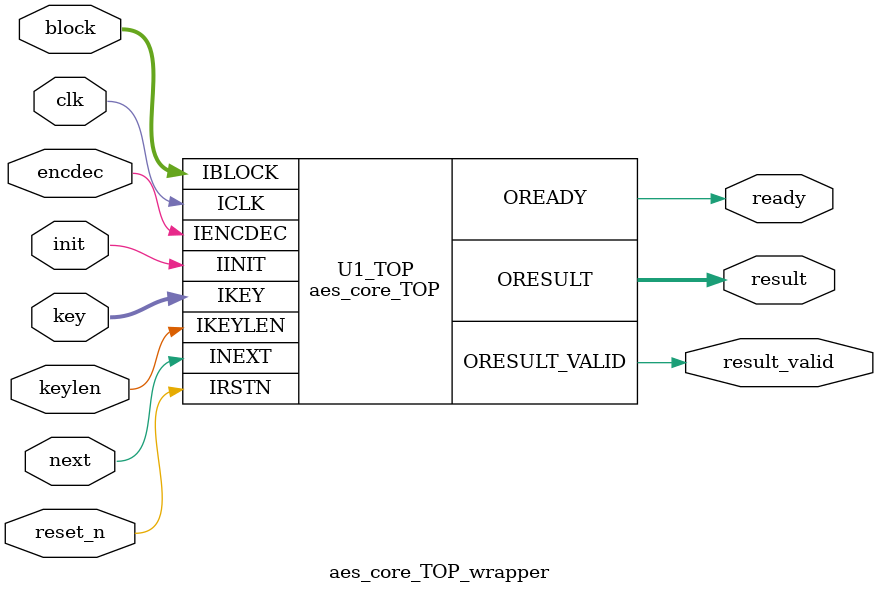
<source format=v>
`define WT_DCACHE
`define DISABLE_TRACER
`define SRAM_NO_INIT
`define VERILATOR

module aes_core(
	input			iClk,
	input			iRstn,
	
	input			iEncdec,
	input			iInit,
	input			iNext,
	output			oReady,
	
	input	[255:0]	iKey,
	input			iKeylen,
	
	input	[127:0]	iBlock,
	output	[127:0]	oResult,
	output			oResult_valid
);
 
 //----------------------------------------------------------------
 // Registers including update variables and write enable.
 //----------------------------------------------------------------
 reg	[1:0]	aes_core_ctrl_reg;
 wire	[1:0]	aes_core_ctrl_new;
 wire			aes_core_ctrl_we;

 reg			result_valid_reg;
 wire			result_valid_new;
 wire			result_valid_we;

 reg			ready_reg;
 wire			ready_new;
 wire			ready_we;

 //----------------------------------------------------------------
 // Wires.
 //----------------------------------------------------------------
 wire			State0, State1, State2;
 wire			init_state;

 wire	[127:0]	round_key;
 wire			key_ready;

 wire			enc_next;
 wire	[3:0]	enc_round_nr;
 wire	[127:0]	enc_new_block;
 wire			enc_ready;
 wire	[31:0]	enc_sboxw;

 wire			dec_next;
 wire	[3:0]	dec_round_nr;
 wire	[127:0]	dec_new_block;
 wire			dec_ready;

 wire	[127:0]	muxed_new_block;
 wire	[3:0]	muxed_round_nr;
 wire			muxed_ready;

 wire	[31:0]	keymem_sboxw;

 wire	[31:0]	muxed_sboxw;
 wire	[31:0]	new_sboxw;
 
 assign State0 = ~aes_core_ctrl_reg[1] & ~aes_core_ctrl_reg[0];
 assign State1 = ~aes_core_ctrl_reg[1] &  aes_core_ctrl_reg[0];
 assign State2 =  aes_core_ctrl_reg[1] & ~aes_core_ctrl_reg[0];

 //----------------------------------------------------------------
 // Instantiations.
 //----------------------------------------------------------------
 aes_encipher_block enc_block(
	.iClk		(iClk),
	.iRstn		(iRstn),
	
	.iNext		(enc_next),
	
	.iKeylen	(iKeylen),
	.oRound		(enc_round_nr),
	.iRound_key	(round_key),
	
	.oSboxw		(enc_sboxw),
	.iNew_sboxw	(new_sboxw),
	
	.iBlock		(iBlock),
	.oNew_block	(enc_new_block),
	.oReady		(enc_ready)
 );

 aes_decipher_block dec_block(
	.iClk		(iClk),
	.iRstn		(iRstn),
	
	.iNext		(dec_next),
	
	.iKeylen	(iKeylen),
	.oRound		(dec_round_nr),
	.iRound_key	(round_key),
	
	.iBlock		(iBlock),
	.oNew_block	(dec_new_block),
	.oReady		(dec_ready)
 );

 aes_key_mem keymem(
	.iClk		(iClk),
	.iRstn		(iRstn),
	
	.iKey		(iKey),
	.iKeylen	(iKeylen),
	.iInit		(iInit),
	
	.iRound		(muxed_round_nr),
	.oRound_key	(round_key),
	.oReady		(key_ready),
	
	.oSboxw		(keymem_sboxw),
	.iNew_sboxw	(new_sboxw)
 );

 aes_sbox sbox_inst(
	.in		(muxed_sboxw),
	.out	(new_sboxw)
 );

 //----------------------------------------------------------------
 // Concurrent connectivity for ports etc.
 //----------------------------------------------------------------
 assign oReady        = ready_reg;
 assign oResult       = muxed_new_block;
 assign oResult_valid = result_valid_reg;

 //----------------------------------------------------------------
 // reg_update
 //
 // Update functionality for all registers in the core.
 // All registers are positive edge triggered with asynchronous
 // active low reset. All registers have write enable.
 //----------------------------------------------------------------
 always@(posedge iClk) begin
	if(~iRstn)					result_valid_reg  <= 1'b0;
	else if(result_valid_we)	result_valid_reg <= result_valid_new;
	else						result_valid_reg <= result_valid_reg;
 end

 always@(posedge iClk) begin
	if(~iRstn) 			ready_reg <= 1'b1;
	else if(ready_we)	ready_reg <= ready_new;
	else				ready_reg <= ready_reg;
 end
 
 always@(posedge iClk) begin
	if(~iRstn)					aes_core_ctrl_reg <= 2'd0;
	else if(aes_core_ctrl_we)	aes_core_ctrl_reg <= aes_core_ctrl_new;
	else						aes_core_ctrl_reg <= aes_core_ctrl_reg;
 end

 //----------------------------------------------------------------
 // sbox_mux
 //
 // Controls which of the encipher datapath or the key memory
 // that gets access to the sbox.
 //----------------------------------------------------------------
 assign muxed_sboxw = (init_state) ? keymem_sboxw : enc_sboxw;

 //----------------------------------------------------------------
 // encdex_mux
 //
 // Controls which of the datapaths that get the iNext signal, have
 // access to the memory as well as the block processing result.
 //----------------------------------------------------------------
 assign enc_next = iEncdec & iNext;
 assign dec_next = ~iEncdec & iNext;
 assign muxed_round_nr = (iEncdec) ? enc_round_nr : dec_round_nr;
 assign muxed_new_block = (iEncdec) ? enc_new_block : dec_new_block;
 assign muxed_ready = (iEncdec) ? enc_ready : dec_ready;

 //----------------------------------------------------------------
 // aes_core_ctrl
 //
 // Control FSM for aes core. Basically tracks if we are in
 // key init, encipher or decipher modes and connects the
 // different submodules to shared resources and interface ports.
 //----------------------------------------------------------------
 /*
 always@(*) begin
	init_state        = 1'b0;
	ready_new         = 1'b0;
	ready_we          = 1'b0;
	result_valid_new  = 1'b0;
	result_valid_we   = 1'b0;
	aes_core_ctrl_new = 2'd0;
	aes_core_ctrl_we  = 1'b0;
	
	case(aes_core_ctrl_reg)
		2'd0: begin
			if(iInit) begin
				init_state        = 1'b1;
				ready_new         = 1'b0;
				ready_we          = 1'b1;
				result_valid_new  = 1'b0;
				result_valid_we   = 1'b1;
				aes_core_ctrl_new = 2'd1;
				aes_core_ctrl_we  = 1'b1;
			end
			else if(iNext) begin
				init_state        = 1'b0;
				ready_new         = 1'b0;
				ready_we          = 1'b1;
				result_valid_new  = 1'b0;
				result_valid_we   = 1'b1;
				aes_core_ctrl_new = 2'd2;
				aes_core_ctrl_we  = 1'b1;
			end
		end
		2'd1: begin
			init_state = 1'b1;
			result_valid_new = 1'b0;
			result_valid_we = 1'b0;
			if(key_ready) begin
				ready_new         = 1'b1;
				ready_we          = 1'b1;
				aes_core_ctrl_new = 2'd0;
				aes_core_ctrl_we  = 1'b1;
			end
		end
		2'd2: begin
			init_state = 1'b0;
			if(muxed_ready) begin
				ready_new         = 1'b1;
				ready_we          = 1'b1;
				result_valid_new  = 1'b1;
				result_valid_we   = 1'b1;
				aes_core_ctrl_new = 2'd0;
				aes_core_ctrl_we  = 1'b1;
			end
		end
	endcase
 end
 */
 
 /*
 always@(*) begin
	init_state = 1'b0;
	case(aes_core_ctrl_reg)
		2'd0: begin
			if(iInit)	init_state = 1'b1;
			else		init_state = 1'b0;
		end
		2'd1: begin
			init_state = 1'b1;
		end
		2'd2: begin
			init_state = 1'b0;
		end
	endcase
 end
 */
 assign init_state = (State0 & iInit) | State1;
 
 /*
 always@(*) begin
	ready_new = 1'b0;
	case(aes_core_ctrl_reg)
		2'd0: begin
			ready_new = 1'b0;
		end
		2'd1: begin
			if(key_ready) 	ready_new = 1'b1;
			else			ready_new = 1'b0;
		end
		2'd2: begin
			if(muxed_ready) ready_new = 1'b1;
			else			ready_new = 1'b0;
		end
	endcase
 end
 */
 assign ready_new = (State1 & key_ready) | (State2 & muxed_ready);
 
 /*
 always@(*) begin
	ready_we = 1'b0;
	case(aes_core_ctrl_reg)
		2'd0: begin
			if(iInit|iNext) 	ready_we = 1'b1;
			else				ready_we = 1'b0;
		end
		2'd1: begin
			if(key_ready) 	ready_we = 1'b1;
			else			ready_we = 1'b0;
		end
		2'd2: begin
			if(muxed_ready) ready_we = 1'b1;
			else			ready_we = 1'b0;
		end
	endcase
 end
 */
 assign ready_we = (State0 & (iInit|iNext)) | (State1 & key_ready) | (State2 & muxed_ready);
 
 /*
 always@(*) begin
	result_valid_new = 1'b0;
	case(aes_core_ctrl_reg)
		2'd0: begin
			result_valid_new = 1'b0;
		end
		2'd1: begin
			result_valid_new = 1'b0;
		end
		2'd2: begin
			if(muxed_ready) result_valid_new = 1'b1;
			else			result_valid_new = 1'b0;
		end
	endcase
 end
 */
 assign result_valid_new = State2 & muxed_ready;
 
 /*
 always@(*) begin
	result_valid_we = 1'b0;
	case(aes_core_ctrl_reg)
		2'd0: begin
			if(iInit|iNext) 	result_valid_we = 1'b1;
			else				result_valid_we = 1'b0;
		end
		2'd1: begin
			result_valid_we = 1'b0;
		end
		2'd2: begin
			if(muxed_ready)	result_valid_we = 1'b1;
			else			result_valid_we = 1'b0;
		end
	endcase
 end
 */
 assign result_valid_we = (State0 & (iInit|iNext)) | (State2 & muxed_ready);
 
 /*
 always@(*) begin
	aes_core_ctrl_new = 2'd0;
	case(aes_core_ctrl_reg)
		2'd0: begin
			if(iInit) 		aes_core_ctrl_new = 2'd1;
			else if(iNext) 	aes_core_ctrl_new = 2'd2;
			else			aes_core_ctrl_new = 2'd0;
		end
		2'd1: begin
			aes_core_ctrl_new = 2'd0;
		end
		2'd2: begin
			aes_core_ctrl_new = 2'd0;
		end
	endcase
 end
 */
 assign aes_core_ctrl_new[0] = State0 & iInit;
 assign aes_core_ctrl_new[1] = State0 & ~iInit & iNext;
 
 /*
 always@(*) begin
	aes_core_ctrl_we = 1'b0;
	case(aes_core_ctrl_reg)
		2'd0: begin
			if(iInit|iNext) 	aes_core_ctrl_we = 1'b1;
			else				aes_core_ctrl_we = 1'b0;
		end
		2'd1: begin
			if(key_ready) 	aes_core_ctrl_we = 1'b1;
			else			aes_core_ctrl_we = 1'b0;
		end
		2'd2: begin
			if(muxed_ready) aes_core_ctrl_we = 1'b1;
			else			aes_core_ctrl_we = 1'b0;
		end
	endcase
 end
 */
 assign aes_core_ctrl_we = (State0 & (iInit|iNext)) | (State1 & key_ready) | (State2 & muxed_ready);
 
endmodule
//======================================================================
//
// aes_decipher_block.v
// --------------------
// The AES decipher round. A pure combinational module that implements
// the initial round, main round and final round logic for
// decciper operations.
//
//
// Author: Joachim Strombergson
// Copyright (c) 2013, 2014, Secworks Sweden AB
// All rights reserved.
//
// Redistribution and use in source and binary forms, with or
// without modification, are permitted provided that the following
// conditions are met:
//
// 1. Redistributions of source code must retain the above copyright
//    notice, this list of conditions and the following disclaimer.
//
// 2. Redistributions in binary form must reproduce the above copyright
//    notice, this list of conditions and the following disclaimer in
//    the documentation and/or other materials provided with the
//    distribution.
//
// THIS SOFTWARE IS PROVIDED BY THE COPYRIGHT HOLDERS AND CONTRIBUTORS
// "AS IS" AND ANY EXPRESS OR IMPLIED WARRANTIES, INCLUDING, BUT NOT
// LIMITED TO, THE IMPLIED WARRANTIES OF MERCHANTABILITY AND FITNESS
// FOR A PARTICULAR PURPOSE ARE DISCLAIMED. IN NO EVENT SHALL THE
// COPYRIGHT OWNER OR CONTRIBUTORS BE LIABLE FOR ANY DIRECT, INDIRECT,
// INCIDENTAL, SPECIAL, EXEMPLARY, OR CONSEQUENTIAL DAMAGES (INCLUDING,
// BUT NOT LIMITED TO, PROCUREMENT OF SUBSTITUTE GOODS OR SERVICES;
// LOSS OF USE, DATA, OR PROFITS; OR BUSINESS INTERRUPTION) HOWEVER
// CAUSED AND ON ANY THEORY OF LIABILITY, WHETHER IN CONTRACT,
// STRICT LIABILITY, OR TORT (INCLUDING NEGLIGENCE OR OTHERWISE)
// ARISING IN ANY WAY OUT OF THE USE OF THIS SOFTWARE, EVEN IF
// ADVISED OF THE POSSIBILITY OF SUCH DAMAGE.
//
//======================================================================

module aes_decipher_block(
	input			iClk,
	input			iRstn,
	
	input			iNext,
	
	input			iKeylen,
	output	[3:0]	oRound,
	input	[127:0]	iRound_key,
	
	input	[127:0]	iBlock,
	output	[127:0]	oNew_block,
	output			oReady
);

 //----------------------------------------------------------------
 // Registers including update variables and write enable.
 //----------------------------------------------------------------
 reg	[1:0]	sword_ctr_reg;
 wire	[1:0]	sword_ctr_new;
 wire			sword_ctr_we;
 wire			sword_ctr_inc;
 wire			sword_ctr_rst;

 reg	[3:0]	round_ctr_reg;
 wire	[3:0]	round_ctr_new;
 wire			round_ctr_we;
 wire			round_ctr_set;
 wire			round_ctr_dec;

 wire	[127:0]	block_new;
 reg	[31:0]	block_w0_reg;
 reg	[31:0]	block_w1_reg;
 reg	[31:0]	block_w2_reg;
 reg	[31:0]	block_w3_reg;
 wire			block_w0_we;
 wire			block_w1_we;
 wire			block_w2_we;
 wire			block_w3_we;

 reg			ready_reg;
 wire			ready_new;
 wire			ready_we;

 reg	[1:0]	dec_ctrl_reg;
 wire	[1:0]	dec_ctrl_new;
 wire			dec_ctrl_we;

 wire	[31:0]	tmp_sboxw;
 wire	[31:0]	new_sboxw;
 wire	[2:0]	update_type;
 
 wire			sword_ctr0, sword_ctr1, sword_ctr2, sword_ctr3;
 wire			dec_ctrl0, dec_ctrl1, dec_ctrl2, dec_ctrl3;
 //wire			update_type0;
 wire			update_type1, update_type2, update_type3, update_type4;
 wire			round_ctr_g0;

 //----------------------------------------------------------------
 // Instantiations.
 //----------------------------------------------------------------
 aes_inv_sbox inv_sbox_inst(
	.in		(tmp_sboxw),
	.out	(new_sboxw)
 );

 //----------------------------------------------------------------
 // Concurrent connectivity for ports etc.
 //----------------------------------------------------------------
 assign oRound     = round_ctr_reg;
 assign oNew_block = {block_w0_reg, block_w1_reg, block_w2_reg, block_w3_reg};
 assign oReady     = ready_reg;
 
 assign sword_ctr0 = ~sword_ctr_reg[1] & ~sword_ctr_reg[0];
 assign sword_ctr1 = ~sword_ctr_reg[1] &  sword_ctr_reg[0];
 assign sword_ctr2 =  sword_ctr_reg[1] & ~sword_ctr_reg[0];
 assign sword_ctr3 =  sword_ctr_reg[1] &  sword_ctr_reg[0];
 
 assign dec_ctrl0 = ~dec_ctrl_reg[1] & ~dec_ctrl_reg[0];
 assign dec_ctrl1 = ~dec_ctrl_reg[1] &  dec_ctrl_reg[0];
 assign dec_ctrl2 =  dec_ctrl_reg[1] & ~dec_ctrl_reg[0];
 assign dec_ctrl3 =  dec_ctrl_reg[1] &  dec_ctrl_reg[0];
 
 //assign update_type0 = ~update_type[2] & ~update_type[1] & ~update_type[0];
 assign update_type1 = ~update_type[2] & ~update_type[1] &  update_type[0];
 assign update_type2 = ~update_type[2] &  update_type[1] & ~update_type[0];
 assign update_type3 = ~update_type[2] &  update_type[1] &  update_type[0];
 assign update_type4 =  update_type[2] & ~update_type[1] & ~update_type[0];
 
 assign round_ctr_g0 = round_ctr_reg[3] | round_ctr_reg[2] | round_ctr_reg[1] | round_ctr_reg[0];

 //----------------------------------------------------------------
 // reg_update
 //
 // Update functionality for all registers in the core.
 // All registers are positive edge triggered with synchronous
 // active low reset. All registers have write enable.
 //----------------------------------------------------------------
 /*
 always@(posedge iClk or negedge iRstn) begin
	if(~iRstn) begin
		block_w0_reg  <= 32'h0;
		block_w1_reg  <= 32'h0;
		block_w2_reg  <= 32'h0;
		block_w3_reg  <= 32'h0;
		sword_ctr_reg <= 2'h0;
		round_ctr_reg <= 4'h0;
		ready_reg     <= 1'b1;
		dec_ctrl_reg  <= 2'd0;
	end
	else begin
		if(block_w0_we)		block_w0_reg <= block_new[127:96];
		if(block_w1_we)		block_w1_reg <= block_new[95:64];
		if(block_w2_we)		block_w2_reg <= block_new[63:32];
		if(block_w3_we)		block_w3_reg <= block_new[31:0];
		if(sword_ctr_we)	sword_ctr_reg <= sword_ctr_new;
		if(round_ctr_we)	round_ctr_reg <= round_ctr_new;
		if(ready_we)		ready_reg <= ready_new;
		if(dec_ctrl_we)		dec_ctrl_reg <= dec_ctrl_new;
	end
 end
 */
 always@(posedge iClk) begin
	if(~iRstn)				block_w0_reg <= 32'b0;
	else if(block_w0_we)	block_w0_reg <= block_new[127:96];
 end
 
 always@(posedge iClk) begin
	if(~iRstn)				block_w1_reg <= 32'b0;
	else if(block_w1_we)	block_w1_reg <= block_new[95:64];
 end
 
 always@(posedge iClk) begin
	if(~iRstn)				block_w2_reg <= 32'b0;
	else if(block_w2_we)	block_w2_reg <= block_new[63:32];
 end
 
 always@(posedge iClk) begin
	if(~iRstn)				block_w3_reg <= 32'b0;
	else if(block_w3_we)	block_w3_reg <= block_new[31:0];
 end
 
 always@(posedge iClk) begin
	if(~iRstn)				sword_ctr_reg <= 2'b0;
	else if(sword_ctr_we)	sword_ctr_reg <= sword_ctr_new;
 end
 
 always@(posedge iClk) begin
	if(~iRstn)				round_ctr_reg <= 4'b0;
	else if(round_ctr_we)	round_ctr_reg <= round_ctr_new;
 end
 
 always@(posedge iClk) begin
	if(~iRstn)			ready_reg <= 1'b1;
	else if(ready_we)	ready_reg <= ready_new;
 end
 
 always@(posedge iClk) begin
	if(~iRstn)				dec_ctrl_reg <= 2'b0;
	else if(dec_ctrl_we)	dec_ctrl_reg <= dec_ctrl_new;
 end
 
 //----------------------------------------------------------------
 // round_logic
 //
 // The logic needed to implement init, main and final rounds.
 //----------------------------------------------------------------
 wire [127:0] inv_mixcolumns_addkey_block;
 wire [127:0] addkey_block;
 inv_mixcolumns inv_mixcolumns_inst (
	.data	(addkey_block),
	.out	(inv_mixcolumns_addkey_block)
 );
 
 /*
 always@(*) begin
	addkey_block = 128'h0;
	block_new    = 128'h0;
	tmp_sboxw    = 32'h0;
	block_w0_we  = 1'b0;
	block_w1_we  = 1'b0;
	block_w2_we  = 1'b0;
	block_w3_we  = 1'b0;
	// Update based on update type.
	case(update_type)
		// InitRound
		3'd1: begin
			addkey_block = iBlock ^ iRound_key;
			block_new    = {addkey_block[127:120], addkey_block[23:16]  , addkey_block[47:40]  , addkey_block[71:64] ,
						    addkey_block[95:88]  , addkey_block[119:112], addkey_block[15:8]   , addkey_block[39:32] ,
						    addkey_block[63:56]  , addkey_block[87:80]  , addkey_block[111:104], addkey_block[7:0]   ,
						    addkey_block[31:24]  , addkey_block[55:48]  , addkey_block[79:72]  , addkey_block[103:96]};
			block_w0_we = 1'b1;
			block_w1_we = 1'b1;
			block_w2_we = 1'b1;
			block_w3_we = 1'b1;
		end
		3'd2: begin
			block_new = {new_sboxw, new_sboxw, new_sboxw, new_sboxw};
			case(sword_ctr_reg)
				2'h0: begin
					tmp_sboxw   = block_w0_reg;
					block_w0_we = 1'b1;
				end
				2'h1: begin
					tmp_sboxw   = block_w1_reg;
					block_w1_we = 1'b1;
				end
				2'h2: begin
					tmp_sboxw   = block_w2_reg;
					block_w2_we = 1'b1;
				end
				2'h3: begin
					tmp_sboxw   = block_w3_reg;
					block_w3_we = 1'b1;
				end
			endcase
		end
		3'd3: begin
			addkey_block = {block_w0_reg, block_w1_reg, block_w2_reg, block_w3_reg} ^ iRound_key;
			block_new    = {inv_mixcolumns_addkey_block[127:120], inv_mixcolumns_addkey_block[23:16]  ,
							inv_mixcolumns_addkey_block[47:40]  , inv_mixcolumns_addkey_block[71:64]  ,
							inv_mixcolumns_addkey_block[95:88]  , inv_mixcolumns_addkey_block[119:112],
							inv_mixcolumns_addkey_block[15:8]   , inv_mixcolumns_addkey_block[39:32]  ,
							inv_mixcolumns_addkey_block[63:56]  , inv_mixcolumns_addkey_block[87:80]  ,
							inv_mixcolumns_addkey_block[111:104], inv_mixcolumns_addkey_block[7:0]    ,
							inv_mixcolumns_addkey_block[31:24]  , inv_mixcolumns_addkey_block[55:48]  ,
							inv_mixcolumns_addkey_block[79:72]  , inv_mixcolumns_addkey_block[103:96]};
			block_w0_we = 1'b1;
			block_w1_we = 1'b1;
			block_w2_we = 1'b1;
			block_w3_we = 1'b1;
		end
		3'd4: begin
			block_new   = {block_w0_reg, block_w1_reg, block_w2_reg, block_w3_reg} ^ iRound_key;
			block_w0_we = 1'b1;
			block_w1_we = 1'b1;
			block_w2_we = 1'b1;
			block_w3_we = 1'b1;
		end
	endcase
 end
 */
 
 /*
 always@(*) begin
	// Update based on update type.
	case(update_type)
		// InitRound
		3'd1: begin
			addkey_block = iBlock ^ iRound_key;
		end
		3'd2: begin
			addkey_block = 128'h0;
		end
		3'd3: begin
			addkey_block = {block_w0_reg, block_w1_reg, block_w2_reg, block_w3_reg} ^ iRound_key;
		end
		3'd4: begin
			addkey_block = 128'h0;
		end
	endcase
 end
 */
 assign addkey_block = (update_type1) ? (iBlock ^ iRound_key) :
										({block_w0_reg, block_w1_reg, block_w2_reg, block_w3_reg} ^ iRound_key);
 
 /*
 always@(*) begin
	// Update based on update type.
	case(update_type)
		// InitRound
		3'd1: begin
			block_new = {addkey_block[127:120], addkey_block[23:16]  ,
						 addkey_block[47:40]  , addkey_block[71:64]  ,
						 addkey_block[95:88]  , addkey_block[119:112],
						 addkey_block[15:8]   , addkey_block[39:32]  ,
						 addkey_block[63:56]  , addkey_block[87:80]  ,
						 addkey_block[111:104], addkey_block[7:0]    ,
						 addkey_block[31:24]  , addkey_block[55:48]  ,
						 addkey_block[79:72]  , addkey_block[103:96]};
		end
		3'd2: begin
			block_new = {new_sboxw, new_sboxw, new_sboxw, new_sboxw};
		end
		3'd3: begin
			block_new = {inv_mixcolumns_addkey_block[127:120], inv_mixcolumns_addkey_block[23:16]  ,
						 inv_mixcolumns_addkey_block[47:40]  , inv_mixcolumns_addkey_block[71:64]  ,
						 inv_mixcolumns_addkey_block[95:88]  , inv_mixcolumns_addkey_block[119:112],
						 inv_mixcolumns_addkey_block[15:8]   , inv_mixcolumns_addkey_block[39:32]  ,
						 inv_mixcolumns_addkey_block[63:56]  , inv_mixcolumns_addkey_block[87:80]  ,
						 inv_mixcolumns_addkey_block[111:104], inv_mixcolumns_addkey_block[7:0]    ,
						 inv_mixcolumns_addkey_block[31:24]  , inv_mixcolumns_addkey_block[55:48]  ,
						 inv_mixcolumns_addkey_block[79:72]  , inv_mixcolumns_addkey_block[103:96]};
		end
		3'd4: begin
			block_new = {block_w0_reg, block_w1_reg, block_w2_reg, block_w3_reg} ^ iRound_key;
		end
	endcase
 end
 */
 assign block_new = (update_type1) ? {addkey_block[127:120], addkey_block[23:16]  , addkey_block[47:40]  , addkey_block[71:64]  ,
									  addkey_block[95:88]  , addkey_block[119:112], addkey_block[15:8]   , addkey_block[39:32]  ,
									  addkey_block[63:56]  , addkey_block[87:80]  , addkey_block[111:104], addkey_block[7:0]    ,
									  addkey_block[31:24]  , addkey_block[55:48]  , addkey_block[79:72]  , addkey_block[103:96]} :
					(update_type2) ? {new_sboxw, new_sboxw, new_sboxw, new_sboxw} :
					(update_type3) ? {inv_mixcolumns_addkey_block[127:120], inv_mixcolumns_addkey_block[23:16]  ,
									  inv_mixcolumns_addkey_block[47:40]  , inv_mixcolumns_addkey_block[71:64]  ,
									  inv_mixcolumns_addkey_block[95:88]  , inv_mixcolumns_addkey_block[119:112],
									  inv_mixcolumns_addkey_block[15:8]   , inv_mixcolumns_addkey_block[39:32]  ,
									  inv_mixcolumns_addkey_block[63:56]  , inv_mixcolumns_addkey_block[87:80]  ,
									  inv_mixcolumns_addkey_block[111:104], inv_mixcolumns_addkey_block[7:0]    ,
									  inv_mixcolumns_addkey_block[31:24]  , inv_mixcolumns_addkey_block[55:48]  ,
									  inv_mixcolumns_addkey_block[79:72]  , inv_mixcolumns_addkey_block[103:96]} :
									 ({block_w0_reg, block_w1_reg, block_w2_reg, block_w3_reg} ^ iRound_key);
 
 /*
 always@(*) begin
	// Update based on update type.
	case(update_type)
		// InitRound
		3'd1: begin
			tmp_sboxw = 32'h0;
		end
		3'd2: begin
			case(sword_ctr_reg)
				2'h0: begin
					tmp_sboxw = block_w0_reg;
				end
				2'h1: begin
					tmp_sboxw = block_w1_reg;
				end
				2'h2: begin
					tmp_sboxw = block_w2_reg;
				end
				2'h3: begin
					tmp_sboxw = block_w3_reg;
				end
			endcase
		end
		3'd3: begin
			tmp_sboxw = 32'h0;
		end
		3'd4: begin
			tmp_sboxw = 32'h0;
		end
	endcase
 end
 */
 assign tmp_sboxw = (sword_ctr0) ? block_w0_reg :
					(sword_ctr1) ? block_w1_reg :
					(sword_ctr2) ? block_w2_reg : block_w3_reg;
 
 /*
 always@(*) begin
	block_w0_we = 1'b0;
	block_w1_we = 1'b0;
	block_w2_we = 1'b0;
	block_w3_we = 1'b0;
	// Update based on update type.
	case(update_type)
		// InitRound
		3'd1: begin
			block_w0_we = 1'b1;
			block_w1_we = 1'b1;
			block_w2_we = 1'b1;
			block_w3_we = 1'b1;
		end
		3'd2: begin
			case(sword_ctr_reg)
				2'h0: begin
					block_w0_we = 1'b1;
				end
				2'h1: begin
					block_w1_we = 1'b1;
				end
				2'h2: begin
					block_w2_we = 1'b1;
				end
				2'h3: begin
					block_w3_we = 1'b1;
				end
			endcase
		end
		3'd3: begin
			block_w0_we = 1'b1;
			block_w1_we = 1'b1;
			block_w2_we = 1'b1;
			block_w3_we = 1'b1;
		end
		3'd4: begin
			block_w0_we = 1'b1;
			block_w1_we = 1'b1;
			block_w2_we = 1'b1;
			block_w3_we = 1'b1;
		end
	endcase
 end
 */
 assign block_w0_we = update_type1 | (update_type2 & sword_ctr0) | update_type3 | update_type4;
 assign block_w1_we = update_type1 | (update_type2 & sword_ctr1) | update_type3 | update_type4;
 assign block_w2_we = update_type1 | (update_type2 & sword_ctr2) | update_type3 | update_type4;
 assign block_w3_we = update_type1 | (update_type2 & sword_ctr3) | update_type3 | update_type4;
 
 //----------------------------------------------------------------
 // sword_ctr
 //
 // The subbytes word counter with reset and increase logic.
 //----------------------------------------------------------------
 /*
 always@(*) begin
	sword_ctr_new = 2'h0;
	sword_ctr_we  = 1'b0;

	if(sword_ctr_rst) begin
		sword_ctr_new = 2'h0;
		sword_ctr_we  = 1'b1;
	end
	else if(sword_ctr_inc) begin
		sword_ctr_new = sword_ctr_reg + 1'b1;
		sword_ctr_we  = 1'b1;
	end
 end
 */
 wire [1:0] sword_ctr_reg_p1;
 assign sword_ctr_reg_p1 = sword_ctr_reg + 1'b1;
 assign sword_ctr_new = {(2){sword_ctr_inc}} & sword_ctr_reg_p1;
 assign sword_ctr_we = sword_ctr_rst | sword_ctr_inc;
 
 //----------------------------------------------------------------
 // round_ctr
 //
 // The round counter with reset and increase logic.
 //----------------------------------------------------------------
 /*
 always@(*) begin
	round_ctr_new = 4'h0;
	round_ctr_we  = 1'b0;

	if(round_ctr_set) begin
		round_ctr_we  = 1'b1;
		if(iKeylen)	round_ctr_new = 4'b1110;	//AES256_ROUNDS
		else		round_ctr_new = 4'b1010;	//AES128_ROUNDS
	end
	else if(round_ctr_dec) begin
		round_ctr_new = round_ctr_reg - 1'b1;
		round_ctr_we  = 1'b1;
	end
 end
 */
 wire [3:0] round_ctr_reg_m1;
 assign round_ctr_reg_m1 = round_ctr_reg - 1'b1;
 assign round_ctr_new[3] = round_ctr_set | (round_ctr_dec&round_ctr_reg_m1[3]);
 assign round_ctr_new[2] = (round_ctr_set) ? (iKeylen) : (round_ctr_dec&round_ctr_reg_m1[2]);
 assign round_ctr_new[1] = round_ctr_set | (round_ctr_dec&round_ctr_reg_m1[1]);
 assign round_ctr_new[0] = ~round_ctr_set & round_ctr_dec & round_ctr_reg_m1[0];
 assign round_ctr_we = round_ctr_set | round_ctr_dec;
 
 //----------------------------------------------------------------
 // decipher_ctrl
 //
 // The FSM that controls the decipher operations.
 //----------------------------------------------------------------
 /*
 always@(*) begin
	sword_ctr_inc = 1'b0;
	sword_ctr_rst = 1'b0;
	round_ctr_dec = 1'b0;
	round_ctr_set = 1'b0;
	ready_new     = 1'b0;
	ready_we      = 1'b0;
	update_type   = 3'd0;
	dec_ctrl_new  = 2'd0;
	dec_ctrl_we   = 1'b0;

	case(dec_ctrl_reg)
		2'd0: begin
			if(iNext) begin
				round_ctr_set = 1'b1;
				ready_new     = 1'b0;
				ready_we      = 1'b1;
				dec_ctrl_new  = 2'd1;
				dec_ctrl_we   = 1'b1;
			end
		end
		2'd1: begin
			sword_ctr_rst = 1'b1;
			update_type   = 3'd1;
			dec_ctrl_new  = 2'd2;
			dec_ctrl_we   = 1'b1;
		end
		2'd2: begin
			sword_ctr_inc = 1'b1;
			update_type   = 3'd2;
			if(sword_ctr3) begin
				round_ctr_dec = 1'b1;
				dec_ctrl_new  = 2'd3;
				dec_ctrl_we   = 1'b1;
			end
		end
		2'd3: begin
			sword_ctr_rst = 1'b1;
			dec_ctrl_we  = 1'b1;
			if(round_ctr_g0) begin
				update_type   = 3'd3;
				dec_ctrl_new  = 2'd2;
			end
			else begin
				update_type  = 3'd4;
				ready_new    = 1'b1;
				ready_we     = 1'b1;
				dec_ctrl_new = 2'd0;
			end
		end
	endcase
 end
 */
 
 /*
 always@(*) begin
	case(dec_ctrl_reg)
		2'd0: begin
			sword_ctr_inc = 1'b0;
			sword_ctr_rst = 1'b0;
		end
		2'd1: begin
			sword_ctr_inc = 1'b0;
			sword_ctr_rst = 1'b1;
		end
		2'd2: begin
			sword_ctr_inc = 1'b1;
			sword_ctr_rst = 1'b0;
		end
		2'd3: begin
			sword_ctr_inc = 1'b0;
			sword_ctr_rst = 1'b1;
		end
	endcase
 end
 */
 assign sword_ctr_inc = dec_ctrl2;
 assign sword_ctr_rst = dec_ctrl1 | dec_ctrl3;
 
 /*
 always@(*) begin
	case(dec_ctrl_reg)
		2'd0: begin
			round_ctr_dec = 1'b0;
			if(iNext)	round_ctr_set = 1'b1;
			else		round_ctr_set = 1'b0;
		end
		2'd1: begin
			round_ctr_dec = 1'b0;
			round_ctr_set = 1'b0;
		end
		2'd2: begin
			round_ctr_set = 1'b0;
			if(sword_ctr3)	round_ctr_dec = 1'b1;
			else			round_ctr_dec = 1'b0;
		end
		2'd3: begin
			round_ctr_dec = 1'b0;
			round_ctr_set = 1'b0;
		end
	endcase
 end
 */
 assign round_ctr_dec = dec_ctrl2 & sword_ctr3;
 assign round_ctr_set = dec_ctrl0 & iNext;
 
 /*
 always@(*) begin
	case(dec_ctrl_reg)
		2'd0: begin
			ready_new = 1'b0;
			if(iNext) 	ready_we  = 1'b1;
			else 		ready_we  = 1'b0;
		end
		2'd1: begin
			ready_new = 1'b0;
			ready_we  = 1'b0;
		end
		2'd2: begin
			ready_new = 1'b0;
			ready_we  = 1'b0;
		end
		2'd3: begin
			if(round_ctr_g0) begin
				ready_new = 1'b0;
				ready_we  = 1'b0;
			end
			else begin
				ready_new = 1'b1;
				ready_we  = 1'b1;
			end
		end
	endcase
 end
 */
 assign ready_new = dec_ctrl3 & ~round_ctr_g0;
 assign ready_we = (dec_ctrl0 & iNext) | ready_new;
 
 /*
 always@(*) begin
	case(dec_ctrl_reg)
		2'd0: begin
			update_type = 3'd0;
		end
		2'd1: begin
			update_type = 3'd1;
		end
		2'd2: begin
			update_type = 3'd2;
		end
		2'd3: begin
			if(round_ctr_g0)	update_type = 3'd3;
			else				update_type = 3'd4;
		end
	endcase
 end
 */
 assign update_type[0] = dec_ctrl1 | (dec_ctrl3 & round_ctr_g0);
 assign update_type[1] = dec_ctrl2 | (dec_ctrl3 & round_ctr_g0);
 assign update_type[2] = dec_ctrl3 & ~round_ctr_g0;
 
 /*
 always@(*) begin
	case(dec_ctrl_reg)
		2'd0: begin
			if(iNext) begin
				dec_ctrl_new = 2'd1;
				dec_ctrl_we  = 1'b1;
			end
			else begin
				dec_ctrl_new = 2'd0;
				dec_ctrl_we  = 1'b0;
			end
		end
		2'd1: begin
			dec_ctrl_new = 2'd2;
			dec_ctrl_we  = 1'b1;
		end
		2'd2: begin
			if(sword_ctr3) begin
				dec_ctrl_new = 2'd3;
				dec_ctrl_we  = 1'b1;
			end
			else begin
				dec_ctrl_new = 2'd0;
				dec_ctrl_we  = 1'b0;
			end
		end
		2'd3: begin
			dec_ctrl_we  = 1'b1;
			if(round_ctr_g0)	dec_ctrl_new = 2'd2;
			else 				dec_ctrl_new = 2'd0;
		end
	endcase
 end
 */
 assign dec_ctrl_new[0] = (dec_ctrl0 & iNext) | (dec_ctrl2 & sword_ctr3);
 assign dec_ctrl_new[1] = dec_ctrl1 | (dec_ctrl2 & sword_ctr3) | (dec_ctrl3 & round_ctr_g0);
 assign dec_ctrl_we = (dec_ctrl0 & iNext) | dec_ctrl1 | (dec_ctrl2 & sword_ctr3) | dec_ctrl3;
 
endmodule
//======================================================================
//
// aes_encipher_block.v
// --------------------
// The AES encipher round. A pure combinational module that implements
// the initial round, main round and final round logic for
// enciper operations.
//
//
// Author: Joachim Strombergson
// Copyright (c) 2013, 2014, Secworks Sweden AB
// All rights reserved.
//
// Redistribution and use in source and binary forms, with or
// without modification, are permitted provided that the following
// conditions are met:
//
// 1. Redistributions of source code must retain the above copyright
//    notice, this list of conditions and the following disclaimer.
//
// 2. Redistributions in binary form must reproduce the above copyright
//    notice, this list of conditions and the following disclaimer in
//    the documentation and/or other materials provided with the
//    distribution.
//
// THIS SOFTWARE IS PROVIDED BY THE COPYRIGHT HOLDERS AND CONTRIBUTORS
// "AS IS" AND ANY EXPRESS OR IMPLIED WARRANTIES, INCLUDING, BUT NOT
// LIMITED TO, THE IMPLIED WARRANTIES OF MERCHANTABILITY AND FITNESS
// FOR A PARTICULAR PURPOSE ARE DISCLAIMED. IN NO EVENT SHALL THE
// COPYRIGHT OWNER OR CONTRIBUTORS BE LIABLE FOR ANY DIRECT, INDIRECT,
// INCIDENTAL, SPECIAL, EXEMPLARY, OR CONSEQUENTIAL DAMAGES (INCLUDING,
// BUT NOT LIMITED TO, PROCUREMENT OF SUBSTITUTE GOODS OR SERVICES;
// LOSS OF USE, DATA, OR PROFITS; OR BUSINESS INTERRUPTION) HOWEVER
// CAUSED AND ON ANY THEORY OF LIABILITY, WHETHER IN CONTRACT,
// STRICT LIABILITY, OR TORT (INCLUDING NEGLIGENCE OR OTHERWISE)
// ARISING IN ANY WAY OUT OF THE USE OF THIS SOFTWARE, EVEN IF
// ADVISED OF THE POSSIBILITY OF SUCH DAMAGE.
//
//======================================================================

module aes_encipher_block(
	input			iClk,
	input			iRstn,
	
	input			iNext,
	
	input			iKeylen,
	output	[3:0]	oRound,
	input	[127:0]	iRound_key,
	
	output	[31:0]	oSboxw,
	input	[31:0]	iNew_sboxw,
	
	input	[127:0]	iBlock,
	output	[127:0]	oNew_block,
	output			oReady
);

 //----------------------------------------------------------------
 // Registers including update variables and write enable.
 //----------------------------------------------------------------
 reg	[1:0]	sword_ctr_reg;
 wire	[1:0]	sword_ctr_new;
 wire			sword_ctr_we;
 wire			sword_ctr_inc;
 wire			sword_ctr_rst;

 reg	[3:0]	round_ctr_reg;
 wire	[3:0]	round_ctr_new;
 wire			round_ctr_we;
 wire			round_ctr_rst;
 wire			round_ctr_inc;

 wire	[127:0]	block_new;
 reg	[31:0]	block_w0_reg;
 reg	[31:0]	block_w1_reg;
 reg	[31:0]	block_w2_reg;
 reg	[31:0]	block_w3_reg;
 wire			block_w0_we;
 wire			block_w1_we;
 wire			block_w2_we;
 wire			block_w3_we;

 reg			ready_reg;
 wire			ready_new;
 wire			ready_we;

 reg	[1:0]	enc_ctrl_reg;
 wire	[1:0]	enc_ctrl_new;
 wire			enc_ctrl_we;

 wire	[2:0]	update_type;
 wire	[31:0]	muxed_sboxw;
 wire	[3:0]	num_rounds;
 
 wire			sword_ctr0, sword_ctr1, sword_ctr2, sword_ctr3;
 wire			enc_ctrl0, enc_ctrl1, enc_ctrl2, enc_ctrl3;
 //wire			update_type0;
 wire			update_type1, update_type2, update_type3, update_type4;
 wire			round_ctr_reg_num_rounds;
 
 //----------------------------------------------------------------
 // Concurrent connectivity for ports etc.
 //----------------------------------------------------------------
 assign oRound     = round_ctr_reg;
 assign oSboxw     = muxed_sboxw;
 assign oNew_block = {block_w0_reg, block_w1_reg, block_w2_reg, block_w3_reg};
 assign oReady     = ready_reg;
 
 /*
 always@(*) begin
	if(iKeylen)	num_rounds = 4'he;	//AES256_ROUNDS
	else		num_rounds = 4'ha;	//AES128_ROUNDS
 end
 */
 assign num_rounds[3] = 1'b1;
 assign num_rounds[2] = iKeylen;
 assign num_rounds[1] = 1'b1;
 assign num_rounds[0] = 1'b0;
 
 assign sword_ctr0 = ~sword_ctr_reg[1] & ~sword_ctr_reg[0];
 assign sword_ctr1 = ~sword_ctr_reg[1] &  sword_ctr_reg[0];
 assign sword_ctr2 =  sword_ctr_reg[1] & ~sword_ctr_reg[0];
 assign sword_ctr3 =  sword_ctr_reg[1] &  sword_ctr_reg[0];
 
 assign enc_ctrl0 = ~enc_ctrl_reg[1] & ~enc_ctrl_reg[0];
 assign enc_ctrl1 = ~enc_ctrl_reg[1] &  enc_ctrl_reg[0];
 assign enc_ctrl2 =  enc_ctrl_reg[1] & ~enc_ctrl_reg[0];
 assign enc_ctrl3 =  enc_ctrl_reg[1] &  enc_ctrl_reg[0];
 
 //assign update_type0 = ~update_type[2] & ~update_type[1] & ~update_type[0];
 assign update_type1 = ~update_type[2] & ~update_type[1] &  update_type[0];
 assign update_type2 = ~update_type[2] &  update_type[1] & ~update_type[0];
 assign update_type3 = ~update_type[2] &  update_type[1] &  update_type[0];
 assign update_type4 =  update_type[2] & ~update_type[1] & ~update_type[0];

 assign round_ctr_reg_num_rounds = (round_ctr_reg < num_rounds);
 
 //----------------------------------------------------------------
 // reg_update
 //
 // Update functionality for all registers in the core.
 // All registers are positive edge triggered with asynchronous
 // active low reset. All registers have write enable.
 //----------------------------------------------------------------
 /*
 always@(posedge iClk or negedge iRstn) begin
	if(~iRstn) begin
		block_w0_reg  <= 32'h0;
		block_w1_reg  <= 32'h0;
		block_w2_reg  <= 32'h0;
		block_w3_reg  <= 32'h0;
		sword_ctr_reg <= 2'h0;
		round_ctr_reg <= 4'h0;
		ready_reg     <= 1'b1;
		enc_ctrl_reg  <= 2'd0;
	end
	else begin
		if(block_w0_we)		block_w0_reg <= block_new[127:96];
		if(block_w1_we)		block_w1_reg <= block_new[95:64];
		if(block_w2_we)		block_w2_reg <= block_new[63:32];
		if(block_w3_we)		block_w3_reg <= block_new[31:0];
		if(sword_ctr_we)	sword_ctr_reg <= sword_ctr_new;
		if(round_ctr_we)	round_ctr_reg <= round_ctr_new;
		if(ready_we)		ready_reg <= ready_new;
		if(enc_ctrl_we)		enc_ctrl_reg <= enc_ctrl_new;
	end
 end // reg_update
 */
 always@(posedge iClk) begin
	if(~iRstn)			block_w0_reg <= 32'b0;
	else if(block_w0_we)	block_w0_reg <= block_new[127:96];
	else					block_w0_reg <= block_w0_reg;
 end
 
 always@(posedge iClk) begin
	if(~iRstn)			block_w1_reg <= 32'b0;
	else if(block_w1_we)	block_w1_reg <= block_new[95:64];
	else					block_w1_reg <= block_w1_reg;
 end
 
 always@(posedge iClk) begin
	if(~iRstn)			block_w2_reg <= 32'b0;
	else if(block_w2_we)	block_w2_reg <= block_new[63:32];
	else					block_w2_reg <= block_w2_reg;
 end
 
 always@(posedge iClk) begin
	if(~iRstn)			block_w3_reg <= 32'b0;
	else if(block_w3_we)	block_w3_reg <= block_new[31:0];
	else					block_w3_reg <= block_w3_reg;
 end
 
 always@(posedge iClk) begin
	if(~iRstn)			sword_ctr_reg <= 2'b0;
	else if(sword_ctr_we)	sword_ctr_reg <= sword_ctr_new;
	else					sword_ctr_reg <= sword_ctr_reg;
 end
 
 always@(posedge iClk) begin
	if(~iRstn)			round_ctr_reg <= 4'b0;
	else if(round_ctr_we)	round_ctr_reg <= round_ctr_new;
	else					round_ctr_reg <= round_ctr_reg;
 end
 
 always@(posedge iClk) begin
	if(~iRstn)		ready_reg <= 1'b1;
	else if(ready_we)	ready_reg <= ready_new;
	else				ready_reg <= ready_reg;
 end
 
 always@(posedge iClk) begin
	if(~iRstn)			enc_ctrl_reg <= 2'd0;
	else if(enc_ctrl_we)	enc_ctrl_reg <= enc_ctrl_new;
	else					enc_ctrl_reg <= enc_ctrl_reg;
 end
 
 //----------------------------------------------------------------
 // round_logic
 //
 // The logic needed to implement init, main and final rounds.
 //----------------------------------------------------------------
 wire [127:0] mixcolumns_shiftrows_block;
 wire [127:0] shiftrows_block;
 assign shiftrows_block = {block_w0_reg[31:24], block_w1_reg[23:16], block_w2_reg[15:8], block_w3_reg[7:0],
						   block_w1_reg[31:24], block_w2_reg[23:16], block_w3_reg[15:8], block_w0_reg[7:0],
						   block_w2_reg[31:24], block_w3_reg[23:16], block_w0_reg[15:8], block_w1_reg[7:0],
						   block_w3_reg[31:24], block_w0_reg[23:16], block_w1_reg[15:8], block_w2_reg[7:0]};
 mixcolumns mixcolumns_inst (
	.data	(shiftrows_block),
	.out	(mixcolumns_shiftrows_block)
 );
 
 /*
 always@(*) begin: roundlogic
	block_new   = 128'h0;
	muxed_sboxw = 32'h0;
	block_w0_we = 1'b0;
	block_w1_we = 1'b0;
	block_w2_we = 1'b0;
	block_w3_we = 1'b0;
	case(update_type)
		3'd1: begin
			block_new   = iBlock ^ iRound_key;
			block_w0_we = 1'b1;
			block_w1_we = 1'b1;
			block_w2_we = 1'b1;
			block_w3_we = 1'b1;
		end
		3'd2: begin
			block_new = {iNew_sboxw, iNew_sboxw, iNew_sboxw, iNew_sboxw};
			case(sword_ctr_reg)
				2'h0: begin
					muxed_sboxw = block_w0_reg;
					block_w0_we = 1'b1;
				end
				2'h1: begin
					muxed_sboxw = block_w1_reg;
					block_w1_we = 1'b1;
				end
				2'h2: begin
					muxed_sboxw = block_w2_reg;
					block_w2_we = 1'b1;
				end
				2'h3: begin
					muxed_sboxw = block_w3_reg;
					block_w3_we = 1'b1;
				end
			endcase
		end
		3'd3: begin
			block_new   = mixcolumns_shiftrows_block ^ iRound_key;
			block_w0_we = 1'b1;
			block_w1_we = 1'b1;
			block_w2_we = 1'b1;
			block_w3_we = 1'b1;
		end
		3'd4: begin
			block_new   = shiftrows_block ^ iRound_key;
			block_w0_we = 1'b1;
			block_w1_we = 1'b1;
			block_w2_we = 1'b1;
			block_w3_we = 1'b1;
		end
	endcase
 end
 */
 
 /*
 always@(*) begin
	case(update_type)
		3'd1: begin
			block_new = iBlock ^ iRound_key;
		end
		3'd2: begin
			block_new = {iNew_sboxw, iNew_sboxw, iNew_sboxw, iNew_sboxw};
		end
		3'd3: begin
			block_new = mixcolumns_shiftrows_block ^ iRound_key;
		end
		3'd4: begin
			block_new = shiftrows_block ^ iRound_key;
		end
	endcase
 end
 */
 assign block_new = (update_type1) ? (iBlock ^ iRound_key) :
					(update_type2) ? {iNew_sboxw, iNew_sboxw, iNew_sboxw, iNew_sboxw} :
					(update_type3) ? (mixcolumns_shiftrows_block ^ iRound_key) :
									 (shiftrows_block ^ iRound_key);
 
 /*
 always@(*) begin
	case(update_type)
		3'd1: begin
			muxed_sboxw = 32'h0;
		end
		3'd2: begin
			case(sword_ctr_reg)
				2'h0: begin
					muxed_sboxw = block_w0_reg;
				end
				2'h1: begin
					muxed_sboxw = block_w1_reg;
				end
				2'h2: begin
					muxed_sboxw = block_w2_reg;
				end
				2'h3: begin
					muxed_sboxw = block_w3_reg;
				end
			endcase
		end
		3'd3: begin
			muxed_sboxw = 32'h0;
		end
		3'd4: begin
			muxed_sboxw = 32'h0;
		end
	endcase
 end
 */
 assign muxed_sboxw = (sword_ctr0) ? block_w0_reg :
					  (sword_ctr1) ? block_w1_reg :
					  (sword_ctr2) ? block_w2_reg : block_w3_reg;
 
 /*
 always@(*) begin
	block_w0_we = 1'b0;
	block_w1_we = 1'b0;
	block_w2_we = 1'b0;
	block_w3_we = 1'b0;
	case(update_type)
		3'd1: begin
			block_w0_we = 1'b1;
			block_w1_we = 1'b1;
			block_w2_we = 1'b1;
			block_w3_we = 1'b1;
		end
		3'd2: begin
			case(sword_ctr_reg)
				2'h0: begin
					block_w0_we = 1'b1;
				end
				2'h1: begin
					block_w1_we = 1'b1;
				end
				2'h2: begin
					block_w2_we = 1'b1;
				end
				2'h3: begin
					block_w3_we = 1'b1;
				end
			endcase
		end
		3'd3: begin
			block_w0_we = 1'b1;
			block_w1_we = 1'b1;
			block_w2_we = 1'b1;
			block_w3_we = 1'b1;
		end
		3'd4: begin
			block_w0_we = 1'b1;
			block_w1_we = 1'b1;
			block_w2_we = 1'b1;
			block_w3_we = 1'b1;
		end
	endcase
 end
 */
 assign block_w0_we = update_type1 | (update_type2 & sword_ctr0) | update_type3 | update_type4;
 assign block_w1_we = update_type1 | (update_type2 & sword_ctr1) | update_type3 | update_type4;
 assign block_w2_we = update_type1 | (update_type2 & sword_ctr2) | update_type3 | update_type4;
 assign block_w3_we = update_type1 | (update_type2 & sword_ctr3) | update_type3 | update_type4;
 
 //----------------------------------------------------------------
 // sword_ctr
 //
 // The subbytes word counter with reset and increase logic.
 //----------------------------------------------------------------
 /*
 always@(*) begin
	sword_ctr_new = 2'h0;
	sword_ctr_we  = 1'b0;
	if(sword_ctr_rst) begin
		sword_ctr_new = 2'h0;
		sword_ctr_we  = 1'b1;
	end
	else if(sword_ctr_inc) begin
		sword_ctr_new = sword_ctr_reg + 1'b1;
		sword_ctr_we  = 1'b1;
	end
 end
 */
 wire [1:0] sword_ctr_reg_p1;
 assign sword_ctr_reg_p1 = sword_ctr_reg + 1'b1;
 assign sword_ctr_new = {(2){sword_ctr_inc}} & sword_ctr_reg_p1;
 assign sword_ctr_we = sword_ctr_rst | sword_ctr_inc;
 
 //----------------------------------------------------------------
 // round_ctr
 //
 // The round counter with reset and increase logic.
 //----------------------------------------------------------------
 /*
 always@(*) begin
	round_ctr_new = 4'h0;
	round_ctr_we  = 1'b0;
	if(round_ctr_rst) begin
		round_ctr_new = 4'h0;
		round_ctr_we  = 1'b1;
	end
	else if(round_ctr_inc) begin
		round_ctr_new = round_ctr_reg + 1'b1;
		round_ctr_we  = 1'b1;
	end
 end
 */
 wire [3:0] round_ctr_reg_p1;
 assign round_ctr_reg_p1 = round_ctr_reg + 1'b1;
 assign round_ctr_new = {(4){round_ctr_inc}} & round_ctr_reg_p1;
 assign round_ctr_we = round_ctr_rst | round_ctr_inc;
 
 //----------------------------------------------------------------
 // encipher_ctrl
 //
 // The FSM that controls the encipher operations.
 //----------------------------------------------------------------
 /*
 always@(*) begin: encipherctrl
	reg [3:0] num_rounds;
	
	// Default assignments.
	sword_ctr_inc = 1'b0;
	sword_ctr_rst = 1'b0;
	round_ctr_inc = 1'b0;
	round_ctr_rst = 1'b0;
	ready_new     = 1'b0;
	ready_we      = 1'b0;
	update_type   = 3'd0;
	enc_ctrl_new  = 2'd0;
	enc_ctrl_we   = 1'b0;
	
	if(iKeylen)	num_rounds = 4'he;	//AES256_ROUNDS
	else		num_rounds = 4'ha;	//AES128_ROUNDS

	case(enc_ctrl_reg)
		2'd0: begin
			if(iNext) begin
				round_ctr_rst = 1'b1;
				ready_new     = 1'b0;
				ready_we      = 1'b1;
				enc_ctrl_new  = 2'd1;
				enc_ctrl_we   = 1'b1;
			end
		end
		2'd1: begin
			round_ctr_inc = 1'b1;
			sword_ctr_rst = 1'b1;
			update_type   = 3'd1;
			enc_ctrl_new  = 2'd2;
			enc_ctrl_we   = 1'b1;
		end
		2'd2: begin
			sword_ctr_inc = 1'b1;
			update_type   = 3'd2;
			if(sword_ctr3) begin
				enc_ctrl_new  = 2'd3;
				enc_ctrl_we   = 1'b1;
			end
		end
		2'd3: begin
			sword_ctr_rst = 1'b1;
			round_ctr_inc = 1'b1;
			if(round_ctr_reg_num_rounds) begin
				update_type   = 3'd3;
				enc_ctrl_new  = 2'd2;
				enc_ctrl_we   = 1'b1;
			end
			else begin
				update_type  = 3'd4;
				ready_new    = 1'b1;
				ready_we     = 1'b1;
				enc_ctrl_new = 2'd0;
				enc_ctrl_we  = 1'b1;
			end
		end
	endcase
 end
 */
 
 /*
 always@(*) begin
	case(enc_ctrl_reg)
		2'd0: begin
			sword_ctr_inc = 1'b0;
			sword_ctr_rst = 1'b0;
		end
		2'd1: begin
			sword_ctr_inc = 1'b0;
			sword_ctr_rst = 1'b1;
		end
		2'd2: begin
			sword_ctr_inc = 1'b1;
			sword_ctr_rst = 1'b0;
		end
		2'd3: begin
			sword_ctr_inc = 1'b0;
			sword_ctr_rst = 1'b1;
		end
	endcase
 end
 */
 assign sword_ctr_inc = enc_ctrl2;
 assign sword_ctr_rst = enc_ctrl1 | enc_ctrl3;
 
 /*
 always@(*) begin
	case(enc_ctrl_reg)
		2'd0: begin
			round_ctr_inc = 1'b0;
			if(iNext)	round_ctr_rst = 1'b1;
			else		round_ctr_rst = 1'b0;
		end
		2'd1: begin
			round_ctr_inc = 1'b1;
			round_ctr_rst = 1'b0;
		end
		2'd2: begin
			round_ctr_inc = 1'b0;
			round_ctr_rst = 1'b0;
		end
		2'd3: begin
			round_ctr_inc = 1'b1;
			round_ctr_rst = 1'b0;
		end
	endcase
 end
 */
 assign round_ctr_inc = enc_ctrl1 | enc_ctrl3;
 assign round_ctr_rst = enc_ctrl0 & iNext;
 
 /*
 always@(*) begin
	case(enc_ctrl_reg)
		2'd0: begin
			ready_new = 1'b0;
			if(iNext)	ready_we = 1'b1;
			else		ready_we = 1'b0;
		end
		2'd1: begin
			ready_new = 1'b0;
			ready_we  = 1'b0;
		end
		2'd2: begin
			ready_new = 1'b0;
			ready_we  = 1'b0;
		end
		2'd3: begin
			if(round_ctr_reg_num_roundss) begin
				ready_new = 1'b0;
				ready_we  = 1'b0;
			end
			else begin
				ready_new = 1'b1;
				ready_we  = 1'b1;
			end
		end
	endcase
 end
 */
 assign ready_new = enc_ctrl3 & ~round_ctr_reg_num_rounds;
 assign ready_we = (enc_ctrl0 & iNext) | ready_new;
 
 /*
 always@(*) begin
	case(enc_ctrl_reg)
		2'd0: begin
			update_type = 3'd0;
		end
		2'd1: begin
			update_type = 3'd1;
		end
		2'd2: begin
			update_type = 3'd2;
		end
		2'd3: begin
			if(round_ctr_reg_num_rounds)	update_type = 3'd3;
			else							update_type = 3'd4;
		end
	endcase
 end
 */
 assign update_type[0] = enc_ctrl1 | (enc_ctrl3 & round_ctr_reg_num_rounds);
 assign update_type[1] = enc_ctrl2 | (enc_ctrl3 & round_ctr_reg_num_rounds);
 assign update_type[2] = enc_ctrl3 & ~round_ctr_reg_num_rounds;
 
 /*
 always@(*) begin
	case(enc_ctrl_reg)
		2'd0: begin
			if(iNext) begin
				enc_ctrl_new = 2'd1;
				enc_ctrl_we  = 1'b1;
			end
			else begin
				enc_ctrl_new = 2'd0;
				enc_ctrl_we  = 1'b0;
			end
		end
		2'd1: begin
			enc_ctrl_new = 2'd2;
			enc_ctrl_we  = 1'b1;
		end
		2'd2: begin
			if(sword_ctr3) begin
				enc_ctrl_new = 2'd3;
				enc_ctrl_we  = 1'b1;
			end
			else begin
				enc_ctrl_new = 2'd0;
				enc_ctrl_we  = 1'b0;
			end
		end
		2'd3: begin
			enc_ctrl_we = 1'b1;
			if(round_ctr_reg_num_rounds)	enc_ctrl_new = 2'd2;
			else							enc_ctrl_new = 2'd0;
		end
	endcase
 end
 */
 assign enc_ctrl_new[0] = (enc_ctrl0 & iNext) | (enc_ctrl2 & sword_ctr3);
 assign enc_ctrl_new[1] = enc_ctrl1 | (enc_ctrl2 & sword_ctr3) | (enc_ctrl3 & round_ctr_reg_num_rounds);
 assign enc_ctrl_we = (enc_ctrl0 & iNext) | enc_ctrl1 | (enc_ctrl2 & sword_ctr3) | enc_ctrl3;
 
endmodule
module aes_sub_inv_sbox(
	input		[7:0]	in,
	output	reg	[7:0]	out
);

 always@(*) begin
	case(in)
		8'h00: begin
			out = 8'h52;
		end
		8'h01: begin
			out = 8'h09;
		end
		8'h02: begin
			out = 8'h6a;
		end
		8'h03: begin
			out = 8'hd5;
		end
		8'h04: begin
			out = 8'h30;
		end
		8'h05: begin
			out = 8'h36;
		end
		8'h06: begin
			out = 8'ha5;
		end
		8'h07: begin
			out = 8'h38;
		end
		8'h08: begin
			out = 8'hbf;
		end
		8'h09: begin
			out = 8'h40;
		end
		8'h0a: begin
			out = 8'ha3;
		end
		8'h0b: begin
			out = 8'h9e;
		end
		8'h0c: begin
			out = 8'h81;
		end
		8'h0d: begin
			out = 8'hf3;
		end
		8'h0e: begin
			out = 8'hd7;
		end
		8'h0f: begin
			out = 8'hfb;
		end
		8'h10: begin
			out = 8'h7c;
		end
		8'h11: begin
			out = 8'he3;
		end
		8'h12: begin
			out = 8'h39;
		end
		8'h13: begin
			out = 8'h82;
		end
		8'h14: begin
			out = 8'h9b;
		end
		8'h15: begin
			out = 8'h2f;
		end
		8'h16: begin
			out = 8'hff;
		end
		8'h17: begin
			out = 8'h87;
		end
		8'h18: begin
			out = 8'h34;
		end
		8'h19: begin
			out = 8'h8e;
		end
		8'h1a: begin
			out = 8'h43;
		end
		8'h1b: begin
			out = 8'h44;
		end
		8'h1c: begin
			out = 8'hc4;
		end
		8'h1d: begin
			out = 8'hde;
		end
		8'h1e: begin
			out = 8'he9;
		end
		8'h1f: begin
			out = 8'hcb;
		end
		8'h20: begin
			out = 8'h54;
		end
		8'h21: begin
			out = 8'h7b;
		end
		8'h22: begin
			out = 8'h94;
		end
		8'h23: begin
			out = 8'h32;
		end
		8'h24: begin
			out = 8'ha6;
		end
		8'h25: begin
			out = 8'hc2;
		end
		8'h26: begin
			out = 8'h23;
		end
		8'h27: begin
			out = 8'h3d;
		end
		8'h28: begin
			out = 8'hee;
		end
		8'h29: begin
			out = 8'h4c;
		end
		8'h2a: begin
			out = 8'h95;
		end
		8'h2b: begin
			out = 8'h0b;
		end
		8'h2c: begin
			out = 8'h42;
		end
		8'h2d: begin
			out = 8'hfa;
		end
		8'h2e: begin
			out = 8'hc3;
		end
		8'h2f: begin
			out = 8'h4e;
		end
		8'h30: begin
			out = 8'h08;
		end
		8'h31: begin
			out = 8'h2e;
		end
		8'h32: begin
			out = 8'ha1;
		end
		8'h33: begin
			out = 8'h66;
		end
		8'h34: begin
			out = 8'h28;
		end
		8'h35: begin
			out = 8'hd9;
		end
		8'h36: begin
			out = 8'h24;
		end
		8'h37: begin
			out = 8'hb2;
		end
		8'h38: begin
			out = 8'h76;
		end
		8'h39: begin
			out = 8'h5b;
		end
		8'h3a: begin
			out = 8'ha2;
		end
		8'h3b: begin
			out = 8'h49;
		end
		8'h3c: begin
			out = 8'h6d;
		end
		8'h3d: begin
			out = 8'h8b;
		end
		8'h3e: begin
			out = 8'hd1;
		end
		8'h3f: begin
			out = 8'h25;
		end
		8'h40: begin
			out = 8'h72;
		end
		8'h41: begin
			out = 8'hf8;
		end
		8'h42: begin
			out = 8'hf6;
		end
		8'h43: begin
			out = 8'h64;
		end
		8'h44: begin
			out = 8'h86;
		end
		8'h45: begin
			out = 8'h68;
		end
		8'h46: begin
			out = 8'h98;
		end
		8'h47: begin
			out = 8'h16;
		end
		8'h48: begin
			out = 8'hd4;
		end
		8'h49: begin
			out = 8'ha4;
		end
		8'h4a: begin
			out = 8'h5c;
		end
		8'h4b: begin
			out = 8'hcc;
		end
		8'h4c: begin
			out = 8'h5d;
		end
		8'h4d: begin
			out = 8'h65;
		end
		8'h4e: begin
			out = 8'hb6;
		end
		8'h4f: begin
			out = 8'h92;
		end
		8'h50: begin
			out = 8'h6c;
		end
		8'h51: begin
			out = 8'h70;
		end
		8'h52: begin
			out = 8'h48;
		end
		8'h53: begin
			out = 8'h50;
		end
		8'h54: begin
			out = 8'hfd;
		end
		8'h55: begin
			out = 8'hed;
		end
		8'h56: begin
			out = 8'hb9;
		end
		8'h57: begin
			out = 8'hda;
		end
		8'h58: begin
			out = 8'h5e;
		end
		8'h59: begin
			out = 8'h15;
		end
		8'h5a: begin
			out = 8'h46;
		end
		8'h5b: begin
			out = 8'h57;
		end
		8'h5c: begin
			out = 8'ha7;
		end
		8'h5d: begin
			out = 8'h8d;
		end
		8'h5e: begin
			out = 8'h9d;
		end
		8'h5f: begin
			out = 8'h84;
		end
		8'h60: begin
			out = 8'h90;
		end
		8'h61: begin
			out = 8'hd8;
		end
		8'h62: begin
			out = 8'hab;
		end
		8'h63: begin
			out = 8'h00;
		end
		8'h64: begin
			out = 8'h8c;
		end
		8'h65: begin
			out = 8'hbc;
		end
		8'h66: begin
			out = 8'hd3;
		end
		8'h67: begin
			out = 8'h0a;
		end
		8'h68: begin
			out = 8'hf7;
		end
		8'h69: begin
			out = 8'he4;
		end
		8'h6a: begin
			out = 8'h58;
		end
		8'h6b: begin
			out = 8'h05;
		end
		8'h6c: begin
			out = 8'hb8;
		end
		8'h6d: begin
			out = 8'hb3;
		end
		8'h6e: begin
			out = 8'h45;
		end
		8'h6f: begin
			out = 8'h06;
		end
		8'h70: begin
			out = 8'hd0;
		end
		8'h71: begin
			out = 8'h2c;
		end
		8'h72: begin
			out = 8'h1e;
		end
		8'h73: begin
			out = 8'h8f;
		end
		8'h74: begin
			out = 8'hca;
		end
		8'h75: begin
			out = 8'h3f;
		end
		8'h76: begin
			out = 8'h0f;
		end
		8'h77: begin
			out = 8'h02;
		end
		8'h78: begin
			out = 8'hc1;
		end
		8'h79: begin
			out = 8'haf;
		end
		8'h7a: begin
			out = 8'hbd;
		end
		8'h7b: begin
			out = 8'h03;
		end
		8'h7c: begin
			out = 8'h01;
		end
		8'h7d: begin
			out = 8'h13;
		end
		8'h7e: begin
			out = 8'h8a;
		end
		8'h7f: begin
			out = 8'h6b;
		end
		8'h80: begin
			out = 8'h3a;
		end
		8'h81: begin
			out = 8'h91;
		end
		8'h82: begin
			out = 8'h11;
		end
		8'h83: begin
			out = 8'h41;
		end
		8'h84: begin
			out = 8'h4f;
		end
		8'h85: begin
			out = 8'h67;
		end
		8'h86: begin
			out = 8'hdc;
		end
		8'h87: begin
			out = 8'hea;
		end
		8'h88: begin
			out = 8'h97;
		end
		8'h89: begin
			out = 8'hf2;
		end
		8'h8a: begin
			out = 8'hcf;
		end
		8'h8b: begin
			out = 8'hce;
		end
		8'h8c: begin
			out = 8'hf0;
		end
		8'h8d: begin
			out = 8'hb4;
		end
		8'h8e: begin
			out = 8'he6;
		end
		8'h8f: begin
			out = 8'h73;
		end
		8'h90: begin
			out = 8'h96;
		end
		8'h91: begin
			out = 8'hac;
		end
		8'h92: begin
			out = 8'h74;
		end
		8'h93: begin
			out = 8'h22;
		end
		8'h94: begin
			out = 8'he7;
		end
		8'h95: begin
			out = 8'had;
		end
		8'h96: begin
			out = 8'h35;
		end
		8'h97: begin
			out = 8'h85;
		end
		8'h98: begin
			out = 8'he2;
		end
		8'h99: begin
			out = 8'hf9;
		end
		8'h9a: begin
			out = 8'h37;
		end
		8'h9b: begin
			out = 8'he8;
		end
		8'h9c: begin
			out = 8'h1c;
		end
		8'h9d: begin
			out = 8'h75;
		end
		8'h9e: begin
			out = 8'hdf;
		end
		8'h9f: begin
			out = 8'h6e;
		end
		8'ha0: begin
			out = 8'h47;
		end
		8'ha1: begin
			out = 8'hf1;
		end
		8'ha2: begin
			out = 8'h1a;
		end
		8'ha3: begin
			out = 8'h71;
		end
		8'ha4: begin
			out = 8'h1d;
		end
		8'ha5: begin
			out = 8'h29;
		end
		8'ha6: begin
			out = 8'hc5;
		end
		8'ha7: begin
			out = 8'h89;
		end
		8'ha8: begin
			out = 8'h6f;
		end
		8'ha9: begin
			out = 8'hb7;
		end
		8'haa: begin
			out = 8'h62;
		end
		8'hab: begin
			out = 8'h0e;
		end
		8'hac: begin
			out = 8'haa;
		end
		8'had: begin
			out = 8'h18;
		end
		8'hae: begin
			out = 8'hbe;
		end
		8'haf: begin
			out = 8'h1b;
		end
		8'hb0: begin
			out = 8'hfc;
		end
		8'hb1: begin
			out = 8'h56;
		end
		8'hb2: begin
			out = 8'h3e;
		end
		8'hb3: begin
			out = 8'h4b;
		end
		8'hb4: begin
			out = 8'hc6;
		end
		8'hb5: begin
			out = 8'hd2;
		end
		8'hb6: begin
			out = 8'h79;
		end
		8'hb7: begin
			out = 8'h20;
		end
		8'hb8: begin
			out = 8'h9a;
		end
		8'hb9: begin
			out = 8'hdb;
		end
		8'hba: begin
			out = 8'hc0;
		end
		8'hbb: begin
			out = 8'hfe;
		end
		8'hbc: begin
			out = 8'h78;
		end
		8'hbd: begin
			out = 8'hcd;
		end
		8'hbe: begin
			out = 8'h5a;
		end
		8'hbf: begin
			out = 8'hf4;
		end
		8'hc0: begin
			out = 8'h1f;
		end
		8'hc1: begin
			out = 8'hdd;
		end
		8'hc2: begin
			out = 8'ha8;
		end
		8'hc3: begin
			out = 8'h33;
		end
		8'hc4: begin
			out = 8'h88;
		end
		8'hc5: begin
			out = 8'h07;
		end
		8'hc6: begin
			out = 8'hc7;
		end
		8'hc7: begin
			out = 8'h31;
		end
		8'hc8: begin
			out = 8'hb1;
		end
		8'hc9: begin
			out = 8'h12;
		end
		8'hca: begin
			out = 8'h10;
		end
		8'hcb: begin
			out = 8'h59;
		end
		8'hcc: begin
			out = 8'h27;
		end
		8'hcd: begin
			out = 8'h80;
		end
		8'hce: begin
			out = 8'hec;
		end
		8'hcf: begin
			out = 8'h5f;
		end
		8'hd0: begin
			out = 8'h60;
		end
		8'hd1: begin
			out = 8'h51;
		end
		8'hd2: begin
			out = 8'h7f;
		end
		8'hd3: begin
			out = 8'ha9;
		end
		8'hd4: begin
			out = 8'h19;
		end
		8'hd5: begin
			out = 8'hb5;
		end
		8'hd6: begin
			out = 8'h4a;
		end
		8'hd7: begin
			out = 8'h0d;
		end
		8'hd8: begin
			out = 8'h2d;
		end
		8'hd9: begin
			out = 8'he5;
		end
		8'hda: begin
			out = 8'h7a;
		end
		8'hdb: begin
			out = 8'h9f;
		end
		8'hdc: begin
			out = 8'h93;
		end
		8'hdd: begin
			out = 8'hc9;
		end
		8'hde: begin
			out = 8'h9c;
		end
		8'hdf: begin
			out = 8'hef;
		end
		8'he0: begin
			out = 8'ha0;
		end
		8'he1: begin
			out = 8'he0;
		end
		8'he2: begin
			out = 8'h3b;
		end
		8'he3: begin
			out = 8'h4d;
		end
		8'he4: begin
			out = 8'hae;
		end
		8'he5: begin
			out = 8'h2a;
		end
		8'he6: begin
			out = 8'hf5;
		end
		8'he7: begin
			out = 8'hb0;
		end
		8'he8: begin
			out = 8'hc8;
		end
		8'he9: begin
			out = 8'heb;
		end
		8'hea: begin
			out = 8'hbb;
		end
		8'heb: begin
			out = 8'h3c;
		end
		8'hec: begin
			out = 8'h83;
		end
		8'hed: begin
			out = 8'h53;
		end
		8'hee: begin
			out = 8'h99;
		end
		8'hef: begin
			out = 8'h61;
		end
		8'hf0: begin
			out = 8'h17;
		end
		8'hf1: begin
			out = 8'h2b;
		end
		8'hf2: begin
			out = 8'h04;
		end
		8'hf3: begin
			out = 8'h7e;
		end
		8'hf4: begin
			out = 8'hba;
		end
		8'hf5: begin
			out = 8'h77;
		end
		8'hf6: begin
			out = 8'hd6;
		end
		8'hf7: begin
			out = 8'h26;
		end
		8'hf8: begin
			out = 8'he1;
		end
		8'hf9: begin
			out = 8'h69;
		end
		8'hfa: begin
			out = 8'h14;
		end
		8'hfb: begin
			out = 8'h63;
		end
		8'hfc: begin
			out = 8'h55;
		end
		8'hfd: begin
			out = 8'h21;
		end
		8'hfe: begin
			out = 8'h0c;
		end
		8'hff: begin
			out = 8'h7d;
		end
	endcase
 end

endmodule
module aes_sub_sbox(
	input		[7:0]	in,
	output	reg	[7:0]	out
);

 always@(*) begin
	case(in)
		8'h00: begin
			out = 8'h63;
		end
		8'h01: begin
			out = 8'h7c;
		end
		8'h02: begin
			out = 8'h77;
		end
		8'h03: begin
			out = 8'h7b;
		end
		8'h04: begin
			out = 8'hf2;
		end
		8'h05: begin
			out = 8'h6b;
		end
		8'h06: begin
			out = 8'h6f;
		end
		8'h07: begin
			out = 8'hc5;
		end
		8'h08: begin
			out = 8'h30;
		end
		8'h09: begin
			out = 8'h01;
		end
		8'h0a: begin
			out = 8'h67;
		end
		8'h0b: begin
			out = 8'h2b;
		end
		8'h0c: begin
			out = 8'hfe;
		end
		8'h0d: begin
			out = 8'hd7;
		end
		8'h0e: begin
			out = 8'hab;
		end
		8'h0f: begin
			out = 8'h76;
		end
		8'h10: begin
			out = 8'hca;
		end
		8'h11: begin
			out = 8'h82;
		end
		8'h12: begin
			out = 8'hc9;
		end
		8'h13: begin
			out = 8'h7d;
		end
		8'h14: begin
			out = 8'hfa;
		end
		8'h15: begin
			out = 8'h59;
		end
		8'h16: begin
			out = 8'h47;
		end
		8'h17: begin
			out = 8'hf0;
		end
		8'h18: begin
			out = 8'had;
		end
		8'h19: begin
			out = 8'hd4;
		end
		8'h1a: begin
			out = 8'ha2;
		end
		8'h1b: begin
			out = 8'haf;
		end
		8'h1c: begin
			out = 8'h9c;
		end
		8'h1d: begin
			out = 8'ha4;
		end
		8'h1e: begin
			out = 8'h72;
		end
		8'h1f: begin
			out = 8'hc0;
		end
		8'h20: begin
			out = 8'hb7;
		end
		8'h21: begin
			out = 8'hfd;
		end
		8'h22: begin
			out = 8'h93;
		end
		8'h23: begin
			out = 8'h26;
		end
		8'h24: begin
			out = 8'h36;
		end
		8'h25: begin
			out = 8'h3f;
		end
		8'h26: begin
			out = 8'hf7;
		end
		8'h27: begin
			out = 8'hcc;
		end
		8'h28: begin
			out = 8'h34;
		end
		8'h29: begin
			out = 8'ha5;
		end
		8'h2a: begin
			out = 8'he5;
		end
		8'h2b: begin
			out = 8'hf1;
		end
		8'h2c: begin
			out = 8'h71;
		end
		8'h2d: begin
			out = 8'hd8;
		end
		8'h2e: begin
			out = 8'h31;
		end
		8'h2f: begin
			out = 8'h15;
		end
		8'h30: begin
			out = 8'h04;
		end
		8'h31: begin
			out = 8'hc7;
		end
		8'h32: begin
			out = 8'h23;
		end
		8'h33: begin
			out = 8'hc3;
		end
		8'h34: begin
			out = 8'h18;
		end
		8'h35: begin
			out = 8'h96;
		end
		8'h36: begin
			out = 8'h05;
		end
		8'h37: begin
			out = 8'h9a;
		end
		8'h38: begin
			out = 8'h07;
		end
		8'h39: begin
			out = 8'h12;
		end
		8'h3a: begin
			out = 8'h80;
		end
		8'h3b: begin
			out = 8'he2;
		end
		8'h3c: begin
			out = 8'heb;
		end
		8'h3d: begin
			out = 8'h27;
		end
		8'h3e: begin
			out = 8'hb2;
		end
		8'h3f: begin
			out = 8'h75;
		end
		8'h40: begin
			out = 8'h09;
		end
		8'h41: begin
			out = 8'h83;
		end
		8'h42: begin
			out = 8'h2c;
		end
		8'h43: begin
			out = 8'h1a;
		end
		8'h44: begin
			out = 8'h1b;
		end
		8'h45: begin
			out = 8'h6e;
		end
		8'h46: begin
			out = 8'h5a;
		end
		8'h47: begin
			out = 8'ha0;
		end
		8'h48: begin
			out = 8'h52;
		end
		8'h49: begin
			out = 8'h3b;
		end
		8'h4a: begin
			out = 8'hd6;
		end
		8'h4b: begin
			out = 8'hb3;
		end
		8'h4c: begin
			out = 8'h29;
		end
		8'h4d: begin
			out = 8'he3;
		end
		8'h4e: begin
			out = 8'h2f;
		end
		8'h4f: begin
			out = 8'h84;
		end
		8'h50: begin
			out = 8'h53;
		end
		8'h51: begin
			out = 8'hd1;
		end
		8'h52: begin
			out = 8'h00;
		end
		8'h53: begin
			out = 8'hed;
		end
		8'h54: begin
			out = 8'h20;
		end
		8'h55: begin
			out = 8'hfc;
		end
		8'h56: begin
			out = 8'hb1;
		end
		8'h57: begin
			out = 8'h5b;
		end
		8'h58: begin
			out = 8'h6a;
		end
		8'h59: begin
			out = 8'hcb;
		end
		8'h5a: begin
			out = 8'hbe;
		end
		8'h5b: begin
			out = 8'h39;
		end
		8'h5c: begin
			out = 8'h4a;
		end
		8'h5d: begin
			out = 8'h4c;
		end
		8'h5e: begin
			out = 8'h58;
		end
		8'h5f: begin
			out = 8'hcf;
		end
		8'h60: begin
			out = 8'hd0;
		end
		8'h61: begin
			out = 8'hef;
		end
		8'h62: begin
			out = 8'haa;
		end
		8'h63: begin
			out = 8'hfb;
		end
		8'h64: begin
			out = 8'h43;
		end
		8'h65: begin
			out = 8'h4d;
		end
		8'h66: begin
			out = 8'h33;
		end
		8'h67: begin
			out = 8'h85;
		end
		8'h68: begin
			out = 8'h45;
		end
		8'h69: begin
			out = 8'hf9;
		end
		8'h6a: begin
			out = 8'h02;
		end
		8'h6b: begin
			out = 8'h7f;
		end
		8'h6c: begin
			out = 8'h50;
		end
		8'h6d: begin
			out = 8'h3c;
		end
		8'h6e: begin
			out = 8'h9f;
		end
		8'h6f: begin
			out = 8'ha8;
		end
		8'h70: begin
			out = 8'h51;
		end
		8'h71: begin
			out = 8'ha3;
		end
		8'h72: begin
			out = 8'h40;
		end
		8'h73: begin
			out = 8'h8f;
		end
		8'h74: begin
			out = 8'h92;
		end
		8'h75: begin
			out = 8'h9d;
		end
		8'h76: begin
			out = 8'h38;
		end
		8'h77: begin
			out = 8'hf5;
		end
		8'h78: begin
			out = 8'hbc;
		end
		8'h79: begin
			out = 8'hb6;
		end
		8'h7a: begin
			out = 8'hda;
		end
		8'h7b: begin
			out = 8'h21;
		end
		8'h7c: begin
			out = 8'h10;
		end
		8'h7d: begin
			out = 8'hff;
		end
		8'h7e: begin
			out = 8'hf3;
		end
		8'h7f: begin
			out = 8'hd2;
		end
		8'h80: begin
			out = 8'hcd;
		end
		8'h81: begin
			out = 8'h0c;
		end
		8'h82: begin
			out = 8'h13;
		end
		8'h83: begin
			out = 8'hec;
		end
		8'h84: begin
			out = 8'h5f;
		end
		8'h85: begin
			out = 8'h97;
		end
		8'h86: begin
			out = 8'h44;
		end
		8'h87: begin
			out = 8'h17;
		end
		8'h88: begin
			out = 8'hc4;
		end
		8'h89: begin
			out = 8'ha7;
		end
		8'h8a: begin
			out = 8'h7e;
		end
		8'h8b: begin
			out = 8'h3d;
		end
		8'h8c: begin
			out = 8'h64;
		end
		8'h8d: begin
			out = 8'h5d;
		end
		8'h8e: begin
			out = 8'h19;
		end
		8'h8f: begin
			out = 8'h73;
		end
		8'h90: begin
			out = 8'h60;
		end
		8'h91: begin
			out = 8'h81;
		end
		8'h92: begin
			out = 8'h4f;
		end
		8'h93: begin
			out = 8'hdc;
		end
		8'h94: begin
			out = 8'h22;
		end
		8'h95: begin
			out = 8'h2a;
		end
		8'h96: begin
			out = 8'h90;
		end
		8'h97: begin
			out = 8'h88;
		end
		8'h98: begin
			out = 8'h46;
		end
		8'h99: begin
			out = 8'hee;
		end
		8'h9a: begin
			out = 8'hb8;
		end
		8'h9b: begin
			out = 8'h14;
		end
		8'h9c: begin
			out = 8'hde;
		end
		8'h9d: begin
			out = 8'h5e;
		end
		8'h9e: begin
			out = 8'h0b;
		end
		8'h9f: begin
			out = 8'hdb;
		end
		8'ha0: begin
			out = 8'he0;
		end
		8'ha1: begin
			out = 8'h32;
		end
		8'ha2: begin
			out = 8'h3a;
		end
		8'ha3: begin
			out = 8'h0a;
		end
		8'ha4: begin
			out = 8'h49;
		end
		8'ha5: begin
			out = 8'h06;
		end
		8'ha6: begin
			out = 8'h24;
		end
		8'ha7: begin
			out = 8'h5c;
		end
		8'ha8: begin
			out = 8'hc2;
		end
		8'ha9: begin
			out = 8'hd3;
		end
		8'haa: begin
			out = 8'hac;
		end
		8'hab: begin
			out = 8'h62;
		end
		8'hac: begin
			out = 8'h91;
		end
		8'had: begin
			out = 8'h95;
		end
		8'hae: begin
			out = 8'he4;
		end
		8'haf: begin
			out = 8'h79;
		end
		8'hb0: begin
			out = 8'he7;
		end
		8'hb1: begin
			out = 8'hc8;
		end
		8'hb2: begin
			out = 8'h37;
		end
		8'hb3: begin
			out = 8'h6d;
		end
		8'hb4: begin
			out = 8'h8d;
		end
		8'hb5: begin
			out = 8'hd5;
		end
		8'hb6: begin
			out = 8'h4e;
		end
		8'hb7: begin
			out = 8'ha9;
		end
		8'hb8: begin
			out = 8'h6c;
		end
		8'hb9: begin
			out = 8'h56;
		end
		8'hba: begin
			out = 8'hf4;
		end
		8'hbb: begin
			out = 8'hea;
		end
		8'hbc: begin
			out = 8'h65;
		end
		8'hbd: begin
			out = 8'h7a;
		end
		8'hbe: begin
			out = 8'hae;
		end
		8'hbf: begin
			out = 8'h08;
		end
		8'hc0: begin
			out = 8'hba;
		end
		8'hc1: begin
			out = 8'h78;
		end
		8'hc2: begin
			out = 8'h25;
		end
		8'hc3: begin
			out = 8'h2e;
		end
		8'hc4: begin
			out = 8'h1c;
		end
		8'hc5: begin
			out = 8'ha6;
		end
		8'hc6: begin
			out = 8'hb4;
		end
		8'hc7: begin
			out = 8'hc6;
		end
		8'hc8: begin
			out = 8'he8;
		end
		8'hc9: begin
			out = 8'hdd;
		end
		8'hca: begin
			out = 8'h74;
		end
		8'hcb: begin
			out = 8'h1f;
		end
		8'hcc: begin
			out = 8'h4b;
		end
		8'hcd: begin
			out = 8'hbd;
		end
		8'hce: begin
			out = 8'h8b;
		end
		8'hcf: begin
			out = 8'h8a;
		end
		8'hd0: begin
			out = 8'h70;
		end
		8'hd1: begin
			out = 8'h3e;
		end
		8'hd2: begin
			out = 8'hb5;
		end
		8'hd3: begin
			out = 8'h66;
		end
		8'hd4: begin
			out = 8'h48;
		end
		8'hd5: begin
			out = 8'h03;
		end
		8'hd6: begin
			out = 8'hf6;
		end
		8'hd7: begin
			out = 8'h0e;
		end
		8'hd8: begin
			out = 8'h61;
		end
		8'hd9: begin
			out = 8'h35;
		end
		8'hda: begin
			out = 8'h57;
		end
		8'hdb: begin
			out = 8'hb9;
		end
		8'hdc: begin
			out = 8'h86;
		end
		8'hdd: begin
			out = 8'hc1;
		end
		8'hde: begin
			out = 8'h1d;
		end
		8'hdf: begin
			out = 8'h9e;
		end
		8'he0: begin
			out = 8'he1;
		end
		8'he1: begin
			out = 8'hf8;
		end
		8'he2: begin
			out = 8'h98;
		end
		8'he3: begin
			out = 8'h11;
		end
		8'he4: begin
			out = 8'h69;
		end
		8'he5: begin
			out = 8'hd9;
		end
		8'he6: begin
			out = 8'h8e;
		end
		8'he7: begin
			out = 8'h94;
		end
		8'he8: begin
			out = 8'h9b;
		end
		8'he9: begin
			out = 8'h1e;
		end
		8'hea: begin
			out = 8'h87;
		end
		8'heb: begin
			out = 8'he9;
		end
		8'hec: begin
			out = 8'hce;
		end
		8'hed: begin
			out = 8'h55;
		end
		8'hee: begin
			out = 8'h28;
		end
		8'hef: begin
			out = 8'hdf;
		end
		8'hf0: begin
			out = 8'h8c;
		end
		8'hf1: begin
			out = 8'ha1;
		end
		8'hf2: begin
			out = 8'h89;
		end
		8'hf3: begin
			out = 8'h0d;
		end
		8'hf4: begin
			out = 8'hbf;
		end
		8'hf5: begin
			out = 8'he6;
		end
		8'hf6: begin
			out = 8'h42;
		end
		8'hf7: begin
			out = 8'h68;
		end
		8'hf8: begin
			out = 8'h41;
		end
		8'hf9: begin
			out = 8'h99;
		end
		8'hfa: begin
			out = 8'h2d;
		end
		8'hfb: begin
			out = 8'h0f;
		end
		8'hfc: begin
			out = 8'hb0;
		end
		8'hfd: begin
			out = 8'h54;
		end
		8'hfe: begin
			out = 8'hbb;
		end
		8'hff: begin
			out = 8'h16;
		end
	endcase
 end

endmodule
//======================================================================
//
// aes_inv_sbox.v
// --------------
// The inverse AES S-box. Basically a 256 Byte ROM.
//
//
// Copyright (c) 2013 Secworks Sweden AB
// All rights reserved.
//
// Redistribution and use in source and binary forms, with or
// without modification, are permitted provided that the following
// conditions are met:
//
// 1. Redistributions of source code must retain the above copyright
//    notice, this list of conditions and the following disclaimer.
//
// 2. Redistributions in binary form must reproduce the above copyright
//    notice, this list of conditions and the following disclaimer in
//    the documentation and/or other materials provided with the
//    distribution.
//
// THIS SOFTWARE IS PROVIDED BY THE COPYRIGHT HOLDERS AND CONTRIBUTORS
// "AS IS" AND ANY EXPRESS OR IMPLIED WARRANTIES, INCLUDING, BUT NOT
// LIMITED TO, THE IMPLIED WARRANTIES OF MERCHANTABILITY AND FITNESS
// FOR A PARTICULAR PURPOSE ARE DISCLAIMED. IN NO EVENT SHALL THE
// COPYRIGHT OWNER OR CONTRIBUTORS BE LIABLE FOR ANY DIRECT, INDIRECT,
// INCIDENTAL, SPECIAL, EXEMPLARY, OR CONSEQUENTIAL DAMAGES (INCLUDING,
// BUT NOT LIMITED TO, PROCUREMENT OF SUBSTITUTE GOODS OR SERVICES;
// LOSS OF USE, DATA, OR PROFITS; OR BUSINESS INTERRUPTION) HOWEVER
// CAUSED AND ON ANY THEORY OF LIABILITY, WHETHER IN CONTRACT,
// STRICT LIABILITY, OR TORT (INCLUDING NEGLIGENCE OR OTHERWISE)
// ARISING IN ANY WAY OUT OF THE USE OF THIS SOFTWARE, EVEN IF
// ADVISED OF THE POSSIBILITY OF SUCH DAMAGE.
//
//======================================================================

module aes_inv_sbox(
	input	[31:0]	in,
	output	[31:0]	out
);

 aes_sub_inv_sbox sub_box_3 (
	.in		(in[31:24]),
	.out	(out[31:24])
 );
 
 aes_sub_inv_sbox sub_box_2 (
	.in		(in[23:16]),
	.out	(out[23:16])
 );
 
 aes_sub_inv_sbox sub_box_1 (
	.in		(in[15:8]),
	.out	(out[15:8])
 );
 
 aes_sub_inv_sbox sub_box_0 (
	.in		(in[7:0]),
	.out	(out[7:0])
 );

endmodule
//======================================================================
//
// aes_key_mem.v
// -------------
// The AES key memory including round key generator.
//
//
// Author: Joachim Strombergson
// Copyright (c) 2013 Secworks Sweden AB
// All rights reserved.
//
// Redistribution and use in source and binary forms, with or
// without modification, are permitted provided that the following
// conditions are met:
//
// 1. Redistributions of source code must retain the above copyright
//    notice, this list of conditions and the following disclaimer.
//
// 2. Redistributions in binary form must reproduce the above copyright
//    notice, this list of conditions and the following disclaimer in
//    the documentation and/or other materials provided with the
//    distribution.
//
// THIS SOFTWARE IS PROVIDED BY THE COPYRIGHT HOLDERS AND CONTRIBUTORS
// "AS IS" AND ANY EXPRESS OR IMPLIED WARRANTIES, INCLUDING, BUT NOT
// LIMITED TO, THE IMPLIED WARRANTIES OF MERCHANTABILITY AND FITNESS
// FOR A PARTICULAR PURPOSE ARE DISCLAIMED. IN NO EVENT SHALL THE
// COPYRIGHT OWNER OR CONTRIBUTORS BE LIABLE FOR ANY DIRECT, INDIRECT,
// INCIDENTAL, SPECIAL, EXEMPLARY, OR CONSEQUENTIAL DAMAGES (INCLUDING,
// BUT NOT LIMITED TO, PROCUREMENT OF SUBSTITUTE GOODS OR SERVICES;
// LOSS OF USE, DATA, OR PROFITS; OR BUSINESS INTERRUPTION) HOWEVER
// CAUSED AND ON ANY THEORY OF LIABILITY, WHETHER IN CONTRACT,
// STRICT LIABILITY, OR TORT (INCLUDING NEGLIGENCE OR OTHERWISE)
// ARISING IN ANY WAY OUT OF THE USE OF THIS SOFTWARE, EVEN IF
// ADVISED OF THE POSSIBILITY OF SUCH DAMAGE.
//
//======================================================================

module aes_key_mem(
	input			iClk,
	input			iRstn,
	
	input	[255:0]	iKey,
	input			iKeylen,
	input			iInit,
	
	input	[3:0]	iRound,
	output	[127:0]	oRound_key,
	output			oReady,
	
	
	output	[31:0]	oSboxw,
	input	[31:0]	iNew_sboxw
);

 //----------------------------------------------------------------
 // Registers.
 //----------------------------------------------------------------
 reg	[127:0]	key_mem0,  key_mem1,  key_mem2,  key_mem3,
				key_mem4,  key_mem5,  key_mem6,  key_mem7,
				key_mem8,  key_mem9,  key_mem10, key_mem11,
				key_mem12, key_mem13, key_mem14;
 wire	[127:0]	key_mem_new;
 wire			key_mem_we;

 reg	[127:0]	prev_key0_reg;
 wire	[127:0]	prev_key0_new;
 wire			prev_key0_we;

 reg	[127:0]	prev_key1_reg;
 wire	[127:0]	prev_key1_new;
 wire			prev_key1_we;

 reg	[3:0]	round_ctr_reg;
 wire	[3:0]	round_ctr_new;
 wire			round_ctr_rst;
 wire			round_ctr_inc;
 wire			round_ctr_we;
 wire			round_ctr_0, round_ctr_1;

 reg	[1:0]	key_mem_ctrl_reg;
 wire	[1:0]	key_mem_ctrl_new;
 wire			key_mem_ctrl_we;
 wire			State0, State1, State2, State3;

 reg			ready_reg;
 wire			ready_new;
 wire			ready_we;

 reg	[7:0]	rcon_reg;
 wire	[7:0]	rcon_new;
 wire			rcon_we;
 wire			rcon_set;
 wire			rcon_next;
 
 wire	[31:0]	w0, w1, w2, w3, w4, w5, w6, w7;
 wire	[31:0]	k0, k1, k2, k3;
 wire	[31:0]	tw, trw;
 wire			round_ctr_reg_num_rounds;

 //----------------------------------------------------------------
 // Wires.
 //----------------------------------------------------------------
 wire			round_key_update;
 wire	[127:0]	tmp_round_key;

 //----------------------------------------------------------------
 // Concurrent assignments for ports.
 //----------------------------------------------------------------
 assign oRound_key = tmp_round_key;
 assign oReady     = ready_reg;
 assign oSboxw     = w7;
 
 assign State0 = ~key_mem_ctrl_reg[1] & ~key_mem_ctrl_reg[0];
 assign State1 = ~key_mem_ctrl_reg[1] &  key_mem_ctrl_reg[0];
 assign State2 =  key_mem_ctrl_reg[1] & ~key_mem_ctrl_reg[0];
 assign State3 =  key_mem_ctrl_reg[1] &  key_mem_ctrl_reg[0];
 
 assign round_ctr_0 = ~round_ctr_reg[3] & ~round_ctr_reg[2] & ~round_ctr_reg[1] & ~round_ctr_reg[0];
 assign round_ctr_1 = ~round_ctr_reg[3] & ~round_ctr_reg[2] & ~round_ctr_reg[1] &  round_ctr_reg[0];
 
 //wire [3:0] num_rounds;
 //assign num_rounds = (iKeylen) ? 14 : 10;
 //assign round_ctr_reg_num_rounds = round_ctr_reg==num_rounds;
 assign round_ctr_reg_num_rounds = round_ctr_reg[3] &
								   ~(iKeylen ^ round_ctr_reg[2]) &
								   round_ctr_reg[1] &
								   ~round_ctr_reg[0];
 
 //----------------------------------------------------------------
 // reg_update
 //
 // Update functionality for all registers in the core.
 // All registers are positive edge triggered with asynchronous
 // active low reset. All registers have write enable.
 //----------------------------------------------------------------
 /*
 always@(posedge iClk or negedge iRstn) begin: regupdate
	integer i;

	if(~iRstn) begin
		for(i=0; i<=AES_256_NUM_ROUNDS; i=i+1)
			key_mem[i] <= 128'h0;
			rcon_reg         <= 8'h0;
			ready_reg        <= 1'b0;
			round_ctr_reg    <= 4'h0;
			key_mem_ctrl_reg <= 2'd0;
		end
	else begin
		if(round_ctr_we)	round_ctr_reg <= round_ctr_new;
		if(ready_we)		ready_reg <= ready_new;
		if(rcon_we)			rcon_reg <= rcon_new;
		if(key_mem_we)		key_mem[round_ctr_reg] <= key_mem_new;
		if(prev_key0_we)	prev_key0_reg <= prev_key0_new;
		if(prev_key1_we)	prev_key1_reg <= prev_key1_new;
		if(key_mem_ctrl_we)	key_mem_ctrl_reg <= key_mem_ctrl_new;
	end
 end
 */
 always@(posedge iClk) begin
	if(~iRstn)				round_ctr_reg <= 4'h0;
	else if(round_ctr_we)	round_ctr_reg <= round_ctr_new;
	else					round_ctr_reg <= round_ctr_reg;
 end
 
 always@(posedge iClk) begin
	if(~iRstn)			ready_reg <= 1'b0;
	else if(ready_we)	ready_reg <= ready_new;
	else				ready_reg <= ready_reg;
 end
 
 always@(posedge iClk) begin
	if(~iRstn)			rcon_reg <= 8'h0;
	else if(rcon_we)	rcon_reg <= rcon_new;
	else				rcon_reg <= rcon_reg;
 end
 
 always@(posedge iClk) begin
	if(key_mem_we & ~round_ctr_reg[3] & ~round_ctr_reg[2] & ~round_ctr_reg[1] & ~round_ctr_reg[0])
			key_mem0 <= key_mem_new;
	else	key_mem0 <= key_mem0;
 end
 always@(posedge iClk) begin
	if(key_mem_we & ~round_ctr_reg[3] & ~round_ctr_reg[2] & ~round_ctr_reg[1] & round_ctr_reg[0])
			key_mem1 <= key_mem_new;
	else	key_mem1 <= key_mem1;
 end
 always@(posedge iClk) begin
	if(key_mem_we & ~round_ctr_reg[3] & ~round_ctr_reg[2] & round_ctr_reg[1] & ~round_ctr_reg[0])
			key_mem2 <= key_mem_new;
	else	key_mem2 <= key_mem2;
 end
 always@(posedge iClk) begin
	if(key_mem_we & ~round_ctr_reg[3] & ~round_ctr_reg[2] & round_ctr_reg[1] & round_ctr_reg[0])
			key_mem3 <= key_mem_new;
	else	key_mem3 <= key_mem3;
 end
 always@(posedge iClk) begin
	if(key_mem_we & ~round_ctr_reg[3] & round_ctr_reg[2] & ~round_ctr_reg[1] & ~round_ctr_reg[0])
			key_mem4 <= key_mem_new;
	else	key_mem4 <= key_mem4;
 end
 always@(posedge iClk) begin
	if(key_mem_we & ~round_ctr_reg[3] & round_ctr_reg[2] & ~round_ctr_reg[1] & round_ctr_reg[0])
			key_mem5 <= key_mem_new;
	else	key_mem5 <= key_mem5;
 end
 always@(posedge iClk) begin
	if(key_mem_we & ~round_ctr_reg[3] & round_ctr_reg[2] & round_ctr_reg[1] & ~round_ctr_reg[0])
			key_mem6 <= key_mem_new;
	else	key_mem6 <= key_mem6;
 end
 always@(posedge iClk) begin
	if(key_mem_we & ~round_ctr_reg[3] & round_ctr_reg[2] & round_ctr_reg[1] & round_ctr_reg[0])
			key_mem7 <= key_mem_new;
	else	key_mem7 <= key_mem7;
 end
 always@(posedge iClk) begin
	if(key_mem_we & round_ctr_reg[3] & ~round_ctr_reg[2] & ~round_ctr_reg[1] & ~round_ctr_reg[0])
			key_mem8 <= key_mem_new;
	else	key_mem8 <= key_mem8;
 end
 always@(posedge iClk) begin
	if(key_mem_we & round_ctr_reg[3] & ~round_ctr_reg[2] & ~round_ctr_reg[1] & round_ctr_reg[0])
			key_mem9 <= key_mem_new;
	else	key_mem9 <= key_mem9;
 end
 always@(posedge iClk) begin
	if(key_mem_we & round_ctr_reg[3] & ~round_ctr_reg[2] & round_ctr_reg[1] & ~round_ctr_reg[0])
			key_mem10 <= key_mem_new;
	else	key_mem10 <= key_mem10;
 end
 always@(posedge iClk) begin
	if(key_mem_we & round_ctr_reg[3] & ~round_ctr_reg[2] & round_ctr_reg[1] & round_ctr_reg[0])
			key_mem11 <= key_mem_new;
	else	key_mem11 <= key_mem11;
 end
 always@(posedge iClk) begin
	if(key_mem_we & round_ctr_reg[3] & round_ctr_reg[2] & ~round_ctr_reg[1] & ~round_ctr_reg[0])
			key_mem12 <= key_mem_new;
	else	key_mem12 <= key_mem12;
 end
 always@(posedge iClk) begin
	if(key_mem_we & round_ctr_reg[3] & round_ctr_reg[2] & ~round_ctr_reg[1] & round_ctr_reg[0])
			key_mem13 <= key_mem_new;
	else	key_mem13 <= key_mem13;
 end
 always@(posedge iClk) begin
	if(key_mem_we & round_ctr_reg[3] & round_ctr_reg[2] & round_ctr_reg[1])
			key_mem14 <= key_mem_new;
	else	key_mem14 <= key_mem14;
 end
 
 always@(posedge iClk) begin
	if(prev_key0_we)	prev_key0_reg <= prev_key0_new;
	else				prev_key0_reg <= prev_key0_reg;
 end
 
 always@(posedge iClk) begin
	if(prev_key1_we)	prev_key1_reg <= prev_key1_new;
	else				prev_key1_reg <= prev_key1_reg;
 end
 
 always@(posedge iClk) begin
	if(~iRstn)					key_mem_ctrl_reg <= 2'd0;
	else if(key_mem_ctrl_we)	key_mem_ctrl_reg <= key_mem_ctrl_new;
	else						key_mem_ctrl_reg <= key_mem_ctrl_reg;
 end
 
 //----------------------------------------------------------------
 // key_mem_read
 //
 // Combinational read port for the key memory.
 //----------------------------------------------------------------
 /*
 always@(*) begin
	tmp_round_key = key_mem[iRound];
 end // key_mem_read
 */
 //assign tmp_round_key = key_mem[iRound];
 assign tmp_round_key = (iRound[3]) ?
							( (iRound[2]) ?
								( (iRound[1]) ? key_mem14 :
									( (iRound[0]) ? key_mem13 : key_mem12 ) ) :
								( (iRound[1]) ?
									( (iRound[0]) ? key_mem11 : key_mem10 ) :
									( (iRound[0]) ? key_mem9 : key_mem8 ) ) ) :
							( (iRound[2]) ?
								( (iRound[1]) ?
									( (iRound[0]) ? key_mem7 : key_mem6 ) :
									( (iRound[0]) ? key_mem5 : key_mem4 ) ) :
								( (iRound[1]) ?
									( (iRound[0]) ? key_mem3 : key_mem2 ) :
									( (iRound[0]) ? key_mem1 : key_mem0 ) ) );
 
 //----------------------------------------------------------------
 // round_key_gen
 //
 // The round key generator logic for AES-128 and AES-256.
 //----------------------------------------------------------------
 assign w0 = prev_key0_reg[127:96];
 assign w1 = prev_key0_reg[95:64];
 assign w2 = prev_key0_reg[63:32];
 assign w3 = prev_key0_reg[31:0];
 assign w4 = prev_key1_reg[127:96];
 assign w5 = prev_key1_reg[95:64];
 assign w6 = prev_key1_reg[63:32];
 assign w7 = prev_key1_reg[31:0];
 
 assign trw[31:24] = iNew_sboxw[23:16] ^ rcon_reg;
 assign trw[23:0]  = {iNew_sboxw[15:0], iNew_sboxw[31:24]};
 assign tw = iNew_sboxw;
 
 /*
 always@(*) begin: roundkeygen
	reg [31:0] k0, k1, k2, k3;
	reg [31:0] rconw, rotstw, tw, trw;

	// Default assignments.
	key_mem_new   = 128'h0;
	key_mem_we    = 1'b0;
	prev_key0_new = 128'h0;
	prev_key0_we  = 1'b0;
	prev_key1_new = 128'h0;
	prev_key1_we  = 1'b0;

	k0 = 32'h0;
	k1 = 32'h0;
	k2 = 32'h0;
	k3 = 32'h0;

	rcon_set   = 1'b1;
	rcon_next  = 1'b0;

	// Extract words and calculate intermediate values.
	// Perform rotation of sbox word etc.
	
	rconw = {rcon_reg, 24'h0};
	tmp_sboxw = w7;
	rotstw = {iNew_sboxw[23:0], iNew_sboxw[31:24]};
	trw = rotstw ^ rconw;
	tw = iNew_sboxw;

	// Generate the specific round keys.
	if(round_key_update) begin
		rcon_set   = 1'b0;
		key_mem_we = 1'b1;
		case (iKeylen)
			1'b0: begin	//AES_128_BIT_KEY
				if(round_ctr_0) begin
					key_mem_new   = iKey[255:128];
					prev_key1_new = iKey[255:128];
					prev_key1_we  = 1'b1;
					rcon_next     = 1'b1;
				end
				else begin
					k0 = w4 ^ trw;
					k1 = w5 ^ w4 ^ trw;
					k2 = w6 ^ w5 ^ w4 ^ trw;
					k3 = w7 ^ w6 ^ w5 ^ w4 ^ trw;
					key_mem_new   = {k0, k1, k2, k3};
					prev_key1_new = {k0, k1, k2, k3};
					prev_key1_we  = 1'b1;
					rcon_next     = 1'b1;
				end
			end
			1'b1: begin	//AES_256_BIT_KEY
				if(round_ctr_0) begin
					key_mem_new   = iKey[255:128];
					prev_key0_new = iKey[255:128];
					prev_key0_we  = 1'b1;
				end
				else if(round_ctr_1) begin
					key_mem_new   = iKey[127:0];
					prev_key1_new = iKey[127:0];
					prev_key1_we  = 1'b1;
					rcon_next     = 1'b1;
				end
				else begin
					if(round_ctr_reg[0]==0) begin
						k0 = w0 ^ trw;
						k1 = w1 ^ w0 ^ trw;
						k2 = w2 ^ w1 ^ w0 ^ trw;
						k3 = w3 ^ w2 ^ w1 ^ w0 ^ trw;
					end
					else begin
						k0 = w0 ^ tw;
						k1 = w1 ^ w0 ^ tw;
						k2 = w2 ^ w1 ^ w0 ^ tw;
						k3 = w3 ^ w2 ^ w1 ^ w0 ^ tw;
						rcon_next = 1'b1;
					end
					// Store the generated round keys.
					key_mem_new   = {k0, k1, k2, k3};
					prev_key1_new = {k0, k1, k2, k3};
					prev_key1_we  = 1'b1;
					prev_key0_new = prev_key1_reg;
					prev_key0_we  = 1'b1;
				end
			end
		endcase // case (iKeylen)
	end
 end // round_key_gen
 */
 
 /*
 always@(*) begin
	key_mem_new = 128'h0;
	key_mem_we = 1'b0;
	// Generate the specific round keys.
	if(round_key_update) begin
		key_mem_we = 1'b1;
		case (iKeylen)
			1'b0: begin	//AES_128_BIT_KEY
				if(round_ctr_0)	key_mem_new = iKey[255:128];
				else			key_mem_new = {k0, k1, k2, k3};
			end
			1'b1: begin	//AES_256_BIT_KEY
				if(round_ctr_0)			key_mem_new = iKey[255:128];
				else if(round_ctr_1)	key_mem_new = iKey[127:0];
				else					key_mem_new = {k0, k1, k2, k3};
			end
		endcase
	end
 end
 */
 assign key_mem_new = (round_ctr_0) ? iKey[255:128] :
									  ( (iKeylen & round_ctr_1) ? iKey[127:0] : {k0, k1, k2, k3} );
 assign key_mem_we = round_key_update;
 
 /*
 always@(*) begin
	rcon_set = 1'b1;
	rcon_next = 1'b0;
	// Generate the specific round keys.
	if(round_key_update) begin
		rcon_set = 1'b0;
		case (iKeylen)
			1'b0: begin	//AES_128_BIT_KEY
				rcon_next = 1'b1;
			end
			1'b1: begin	//AES_256_BIT_KEY
				if(round_ctr_0)	rcon_next = 1'b0;
				else if(round_ctr_1 | ~round_ctr_reg[0])
						rcon_next = 1'b1;
				else	rcon_next = 1'b0;
			end
		endcase
	end
 end
 */
 assign rcon_set = ~round_key_update;
 assign rcon_next = ~iKeylen | (~round_ctr_0 & (round_ctr_1 | ~round_ctr_reg[0]));
 
 /*
 always@(*) begin
	prev_key0_new = 128'h0;
	prev_key0_we  = 1'b0;
	prev_key1_new = 128'h0;
	prev_key1_we  = 1'b0;
	// Generate the specific round keys.
	if(round_key_update) begin
		case (iKeylen)
			1'b0: begin	//AES_128_BIT_KEY
				if(round_ctr_0) begin
					prev_key1_new = iKey[255:128];
					prev_key1_we  = 1'b1;
				end
				else begin
					prev_key1_new = {k0, k1, k2, k3};
					prev_key1_we  = 1'b1;
				end
			end
			1'b1: begin	//AES_256_BIT_KEY
				if(round_ctr_0) begin
					prev_key0_new = iKey[255:128];
					prev_key0_we  = 1'b1;
				end
				else if(round_ctr_1) begin
					prev_key1_new = iKey[127:0];
					prev_key1_we  = 1'b1;
				end
				else begin
					// Store the generated round keys.
					prev_key1_new = {k0, k1, k2, k3};
					prev_key1_we  = 1'b1;
					prev_key0_new = prev_key1_reg;
					prev_key0_we  = 1'b1;
				end
			end
		endcase
	end
 end
 */
 assign prev_key0_new = {(128){iKeylen}} & {(128){~round_ctr_1}} &
						((round_ctr_0) ? iKey[255:128] : prev_key1_reg);
 assign prev_key0_we = iKeylen & ~round_ctr_1;
 assign prev_key1_new = (iKeylen) ? ({(128){~round_ctr_0}} & ((round_ctr_1) ? iKey[127:0] : {k0, k1, k2, k3})) :
						(round_ctr_0) ? iKey[255:128] : {k0, k1, k2, k3};
 assign prev_key1_we = ~iKeylen | ~round_ctr_0;
 
 /*
 always@(*) begin
	k0 = 32'h0;
	k1 = 32'h0;
	k2 = 32'h0;
	k3 = 32'h0;
	// Generate the specific round keys.
	if(round_key_update) begin
		case(iKeylen)
			1'b0: begin	//AES_128_BIT_KEY
				if(~round_ctr_0) begin
					k0 = w4 ^ trw;
					k1 = w5 ^ w4 ^ trw;
					k2 = w6 ^ w5 ^ w4 ^ trw;
					k3 = w7 ^ w6 ^ w5 ^ w4 ^ trw;
				end
			end
			1'b1: begin	//AES_256_BIT_KEY
				if(~round_ctr_0 & ~round_ctr_1) begin
					if(~round_ctr_reg[0]) begin
						k0 = w0 ^ trw;
						k1 = w1 ^ w0 ^ trw;
						k2 = w2 ^ w1 ^ w0 ^ trw;
						k3 = w3 ^ w2 ^ w1 ^ w0 ^ trw;
					end
					else begin
						k0 = w0 ^ tw;
						k1 = w1 ^ w0 ^ tw;
						k2 = w2 ^ w1 ^ w0 ^ tw;
						k3 = w3 ^ w2 ^ w1 ^ w0 ^ tw;
					end
				end
			end
		endcase
	end
 end
 */
 assign k0 = (iKeylen) ? ( (~round_ctr_0&~round_ctr_1&~round_ctr_reg[0]) ? (w0^trw) : (w0^tw) ) :
						 ( {(32){~round_ctr_0}} & (w4^trw) );
 assign k1 = (iKeylen) ? ( (~round_ctr_0&~round_ctr_1&~round_ctr_reg[0]) ? (w1^w0^trw) : (w1^w0^tw) ) :
						 ( {(32){~round_ctr_0}} & (w5^w4^trw) );
 assign k2 = (iKeylen) ? ( (~round_ctr_0&~round_ctr_1&~round_ctr_reg[0]) ? (w2^w1^w0^trw) : (w2^w1^w0^tw) ) :
						 ( {(32){~round_ctr_0}} & (w6^w5^w4^trw) );
 assign k3 = (iKeylen) ? ( (~round_ctr_0&~round_ctr_1&~round_ctr_reg[0]) ? (w3^w2^w1^w0^trw) : (w3^w2^w1^w0^tw) ) :
						 ( {(32){~round_ctr_0}} & (w7^w6^w5^w4^trw) );
 
 //----------------------------------------------------------------
 // rcon_logic
 //
 // Caclulates the rcon value for the different key expansion
 // iterations.
 //----------------------------------------------------------------
 /*
 always@(*) begin: rconlogic
	reg [7:0] tmp_rcon;
	rcon_new = 8'h00;
	rcon_we  = 1'b0;
	tmp_rcon = {rcon_reg[6:0], 1'b0} ^ (8'h1b & {8{rcon_reg[7]}});

	if(rcon_set) begin
		rcon_new = 8'h8d;
		rcon_we  = 1'b1;
	end
	
	if(rcon_next) begin
		rcon_new = tmp_rcon[7 : 0];
		rcon_we  = 1'b1;
	end
 end
 */
 assign rcon_new[7] = rcon_set | rcon_reg[6];
 assign rcon_new[6] = ~rcon_set & rcon_reg[5];
 assign rcon_new[5] = ~rcon_set & rcon_reg[4];
 assign rcon_new[4] = ~rcon_set & (rcon_reg[3] ^ rcon_reg[7]);
 assign rcon_new[3] = rcon_set | (rcon_reg[2] ^ rcon_reg[7]);
 assign rcon_new[2] = rcon_set | rcon_reg[1];
 assign rcon_new[1] = ~rcon_set & (rcon_reg[0] ^ rcon_reg[7]);
 assign rcon_new[0] = rcon_set | rcon_reg[7];
 assign rcon_we = rcon_set | rcon_next; 
 
 //----------------------------------------------------------------
 // round_ctr
 //
 // The round counter logic with increase and reset.
 //----------------------------------------------------------------
 /*
 always@(*) begin
	round_ctr_new = 4'h0;
	round_ctr_we  = 1'b0;

	if(round_ctr_rst) begin
		round_ctr_new = 4'h0;
		round_ctr_we  = 1'b1;
	end
	else if(round_ctr_inc) begin
		round_ctr_new = round_ctr_reg + 1'b1;
		round_ctr_we  = 1'b1;
	end
 end
 */
 wire [3:0] round_ctr_reg_p1;
 assign round_ctr_reg_p1 = round_ctr_reg + 1'b1;
 assign round_ctr_new = {(4){round_ctr_inc}} & round_ctr_reg_p1;
 assign round_ctr_we = round_ctr_rst | round_ctr_inc;
 
 //----------------------------------------------------------------
 // key_mem_ctrl
 //
 //
 // The FSM that controls the round key generation.
 //----------------------------------------------------------------
 /*
 always@(*) begin: keymemctrl
	reg [3:0] num_rounds;

	// Default assignments.
	ready_new        = 1'b0;
	ready_we         = 1'b0;
	round_key_update = 1'b0;
	round_ctr_rst    = 1'b0;
	round_ctr_inc    = 1'b0;
	key_mem_ctrl_new = 2'd0;
	key_mem_ctrl_we  = 1'b0;

	if(iKeylen)	num_rounds = AES_256_NUM_ROUNDS;
	else		num_rounds = AES_128_NUM_ROUNDS;

	case(key_mem_ctrl_reg)
		2'd0: begin
			if(iInit) begin
				ready_new        = 1'b0;
				ready_we         = 1'b1;
				round_key_update = 1'b0;
				round_ctr_rst    = 1'b0;
				round_ctr_inc    = 1'b0;
				key_mem_ctrl_new = 2'd1;
				key_mem_ctrl_we  = 1'b1;
			end
		end
		2'd1: begin
			ready_new		 = 1'b0;
			ready_we		 = 1'b0;
			round_key_update = 1'b0;
			round_ctr_rst    = 1'b1;
			round_ctr_inc    = 1'b0;
			key_mem_ctrl_new = 2'd2;
			key_mem_ctrl_we  = 1'b1;
		end
		2'd2: begin
			ready_new		 = 1'b0;
			ready_we		 = 1'b0;
			round_key_update = 1'b1;
			round_ctr_rst    = 1'b0;
			round_ctr_inc    = 1'b1;
			if(round_ctr_reg==num_rounds) begin
				key_mem_ctrl_new = 2'd3;
				key_mem_ctrl_we  = 1'b1;
			end
			else begin
				key_mem_ctrl_new = 2'd0;
				key_mem_ctrl_we  = 1'b0;
			end
		end
		2'd3: begin
			ready_new        = 1'b1;
			ready_we         = 1'b1;
			round_key_update = 1'b0;
			round_ctr_rst    = 1'b0;
			round_ctr_inc    = 1'b0;
			key_mem_ctrl_new = 2'd0;
			key_mem_ctrl_we  = 1'b1;
		end
	endcase // case (key_mem_ctrl_reg)
 end // key_mem_ctrl
 */
 
 /*
 always@(*) begin
	ready_new = 1'b0;
	case(key_mem_ctrl_reg)
		2'd0: begin
			ready_new = 1'b0;
		end
		2'd1: begin
			ready_new = 1'b0;
		end
		2'd2: begin
			ready_new = 1'b0;
		end
		2'd3: begin
			ready_new = 1'b1;
		end
	endcase
 end
 */
 assign ready_new = State3;
 
 /*
 always@(*) begin
	ready_we = 1'b0;
	case(key_mem_ctrl_reg)
		2'd0: begin
			if(iInit)	ready_we = 1'b1;
			else		ready_we = 1'b0;
		end
		2'd1: begin
			ready_we = 1'b0;
		end
		2'd2: begin
			ready_we = 1'b0;
		end
		2'd3: begin
			ready_we = 1'b1;
		end
	endcase
 end
 */
 assign ready_we = (State0 & iInit) | State3;
 
 /*
 always@(*) begin
	round_key_update = 1'b0;
	case(key_mem_ctrl_reg)
		2'd0: begin
			round_key_update = 1'b0;
		end
		2'd1: begin
			round_key_update = 1'b0;
		end
		2'd2: begin
			round_key_update = 1'b1;
		end
		2'd3: begin
			round_key_update = 1'b0;
		end
	endcase
 end
 */
 assign round_key_update = State2;
 
 /*
 always@(*) begin
	round_ctr_rst = 1'b0;
	case(key_mem_ctrl_reg)
		2'd0: begin
			round_ctr_rst = 1'b0;
		end
		2'd1: begin
			round_ctr_rst = 1'b1;
		end
		2'd2: begin
			round_ctr_rst = 1'b0;
		end
		2'd3: begin
			round_ctr_rst = 1'b0;
		end
	endcase
 end
 */
 assign round_ctr_rst = State1;
 
 /*
 always@(*) begin
	round_ctr_inc = 1'b0;
	case(key_mem_ctrl_reg)
		2'd0: begin
			round_ctr_inc = 1'b0;
		end
		2'd1: begin
			round_ctr_inc = 1'b0;
		end
		2'd2: begin
			round_ctr_inc = 1'b1;
		end
		2'd3: begin
			round_ctr_inc = 1'b0;
		end
	endcase
 end
 */
 assign round_ctr_inc = State2;
 
 /*
 always@(*) begin
	key_mem_ctrl_new = 2'd0;
	case(key_mem_ctrl_reg)
		2'd0: begin
			if(iInit)	key_mem_ctrl_new = 2'd1;
			else		key_mem_ctrl_new = 2'd0;
		end
		2'd1: begin
			key_mem_ctrl_new = 2'd2;
		end
		2'd2: begin
			if(round_ctr_reg==num_rounds)	key_mem_ctrl_new = 2'd3;
			else							key_mem_ctrl_new = 2'd0;
		end
		2'd3: begin
			key_mem_ctrl_new = 2'd0;
		end
	endcase
 end
 */
 assign key_mem_ctrl_new[0] = (State0 & iInit) | (State2 & round_ctr_reg_num_rounds);
 assign key_mem_ctrl_new[1] = State1 | (State2 & round_ctr_reg_num_rounds);
 
 /*
 always@(*) begin
	key_mem_ctrl_we = 1'b0;
	case(key_mem_ctrl_reg)
		2'd0: begin
			if(iInit)	key_mem_ctrl_we = 1'b1;
			else		key_mem_ctrl_we = 1'b0;
		end
		2'd1: begin
			key_mem_ctrl_we = 1'b1;
		end
		2'd2: begin
			if(round_ctr_reg==num_rounds)	key_mem_ctrl_we = 1'b1;
			else							key_mem_ctrl_we = 1'b0;
		end
		2'd3: begin
			key_mem_ctrl_we = 1'b1;
		end
	endcase
 end
 */
 assign key_mem_ctrl_we = (State0 & iInit) | State1 | State3 |
						  (State2 & round_ctr_reg_num_rounds);
 
endmodule
//======================================================================
//
// aes_sbox.v
// ----------
// The AES S-box. Basically a 256 Byte ROM. This implementation
// contains four parallel S-boxes to handle a 32 bit word.
//
//
// Author: Joachim Strombergson
// Copyright (c) 2014, Secworks Sweden AB
// All rights reserved.
//
// Redistribution and use in source and binary forms, with or
// without modification, are permitted provided that the following
// conditions are met:
//
// 1. Redistributions of source code must retain the above copyright
//    notice, this list of conditions and the following disclaimer.
//
// 2. Redistributions in binary form must reproduce the above copyright
//    notice, this list of conditions and the following disclaimer in
//    the documentation and/or other materials provided with the
//    distribution.
//
// THIS SOFTWARE IS PROVIDED BY THE COPYRIGHT HOLDERS AND CONTRIBUTORS
// "AS IS" AND ANY EXPRESS OR IMPLIED WARRANTIES, INCLUDING, BUT NOT
// LIMITED TO, THE IMPLIED WARRANTIES OF MERCHANTABILITY AND FITNESS
// FOR A PARTICULAR PURPOSE ARE DISCLAIMED. IN NO EVENT SHALL THE
// COPYRIGHT OWNER OR CONTRIBUTORS BE LIABLE FOR ANY DIRECT, INDIRECT,
// INCIDENTAL, SPECIAL, EXEMPLARY, OR CONSEQUENTIAL DAMAGES (INCLUDING,
// BUT NOT LIMITED TO, PROCUREMENT OF SUBSTITUTE GOODS OR SERVICES;
// LOSS OF USE, DATA, OR PROFITS; OR BUSINESS INTERRUPTION) HOWEVER
// CAUSED AND ON ANY THEORY OF LIABILITY, WHETHER IN CONTRACT,
// STRICT LIABILITY, OR TORT (INCLUDING NEGLIGENCE OR OTHERWISE)
// ARISING IN ANY WAY OUT OF THE USE OF THIS SOFTWARE, EVEN IF
// ADVISED OF THE POSSIBILITY OF SUCH DAMAGE.
//
//======================================================================

module aes_sbox(
	input	[31:0]	in,
	output	[31:0]	out
);

 aes_sub_sbox sub_box_3 (
	.in		(in[31:24]),
	.out	(out[31:24])
 );
 
 aes_sub_sbox sub_box_2 (
	.in		(in[23:16]),
	.out	(out[23:16])
 );
 
 aes_sub_sbox sub_box_1 (
	.in		(in[15:8]),
	.out	(out[15:8])
 );
 
 aes_sub_sbox sub_box_0 (
	.in		(in[7:0]),
	.out	(out[7:0])
 );

endmodule
module mixw (
	input	[31:0]	w,
	output	[31:0]	out
);

assign out[31] = w[30] ^ w[23] ^ w[22] ^ w[15] ^ w[7];
assign out[30] = w[29] ^ w[21] ^ w[22] ^ w[14] ^ w[6];
assign out[29] = w[28] ^ w[20] ^ w[21] ^ w[13] ^ w[5];
assign out[28] = w[31] ^ w[27] ^ w[23] ^ w[19] ^ w[20] ^ w[12] ^ w[4];
assign out[27] = w[31] ^ w[26] ^ w[23] ^ w[18] ^ w[19] ^ w[11] ^ w[3];
assign out[26] = w[25] ^ w[17] ^ w[18] ^ w[10] ^ w[2];
assign out[25] = w[31] ^ w[24] ^ w[23] ^ w[16] ^ w[17] ^ w[9]  ^ w[1];
assign out[24] = w[31] ^ w[23] ^ w[16] ^ w[8]  ^ w[0];
assign out[23] = w[31] ^ w[22] ^ w[14] ^ w[15] ^ w[7];
assign out[22] = w[30] ^ w[21] ^ w[13] ^ w[14] ^ w[6];
assign out[21] = w[29] ^ w[20] ^ w[12] ^ w[13] ^ w[5];
assign out[20] = w[28] ^ w[23] ^ w[19] ^ w[15] ^ w[11] ^ w[12] ^ w[4];
assign out[19] = w[27] ^ w[23] ^ w[18] ^ w[15] ^ w[10] ^ w[11] ^ w[3];
assign out[18] = w[26] ^ w[17] ^ w[9]  ^ w[10] ^ w[2];
assign out[17] = w[25] ^ w[23] ^ w[16] ^ w[15] ^ w[8]  ^ w[9]  ^ w[1];
assign out[16] = w[24] ^ w[23] ^ w[15] ^ w[8]  ^ w[0];
assign out[15] = w[31] ^ w[23] ^ w[14] ^ w[6]  ^ w[7];
assign out[14] = w[30] ^ w[22] ^ w[13] ^ w[5]  ^ w[6];
assign out[13] = w[29] ^ w[21] ^ w[12] ^ w[4]  ^ w[5];
assign out[12] = w[28] ^ w[20] ^ w[15] ^ w[11] ^ w[7]  ^ w[3]  ^ w[4];
assign out[11] = w[27] ^ w[19] ^ w[15] ^ w[10] ^ w[7]  ^ w[2]  ^ w[3];
assign out[10] = w[26] ^ w[18] ^ w[9]  ^ w[1]  ^ w[2];
assign out[9]  = w[25] ^ w[17] ^ w[15] ^ w[8]  ^ w[7]  ^ w[0]  ^ w[1];
assign out[8]  = w[24] ^ w[16] ^ w[15] ^ w[7]  ^ w[0];
assign out[7]  = w[30] ^ w[31] ^ w[23] ^ w[15] ^ w[6];
assign out[6]  = w[29] ^ w[30] ^ w[22] ^ w[14] ^ w[5];
assign out[5]  = w[28] ^ w[29] ^ w[21] ^ w[13] ^ w[4];
assign out[4]  = w[31] ^ w[27] ^ w[28] ^ w[20] ^ w[12] ^ w[7]  ^ w[3];
assign out[3]  = w[31] ^ w[26] ^ w[27] ^ w[19] ^ w[11] ^ w[7]  ^ w[2];
assign out[2]  = w[25] ^ w[26] ^ w[18] ^ w[10] ^ w[1];
assign out[1]  = w[31] ^ w[24] ^ w[25] ^ w[17] ^ w[9]  ^ w[7]  ^ w[0];
assign out[0]  = w[31] ^ w[24] ^ w[16] ^ w[8]  ^ w[7];

endmodule

module mixcolumns (
	input	[127:0]	data,
	output	[127:0]	out
);

mixw u3 (
	.w		(data[127:96]),
	.out	(out[127:96])
);

mixw u2 (
	.w		(data[95:64]),
	.out	(out[95:64])
);

mixw u1 (
	.w		(data[63:32]),
	.out	(out[63:32])
);

mixw u0 (
	.w		(data[31:0]),
	.out	(out[31:0])
);

endmodule
module inv_mixw (
	input	[31:0]	w,
	output	[31:0]	out
);

assign out[31] = w[30]^w[29]^w[28]^w[23]^w[22]^w[20]^w[15]^w[13]^w[12]^w[7] ^w[4];
assign out[30] = w[31]^w[29]^w[28]^w[27]^w[23]^w[22]^w[21]^w[19]^w[15]^w[14]^w[12]^w[11]^w[7] ^w[6] ^w[3];
assign out[29] = w[30]^w[28]^w[27]^w[26]^w[23]^w[22]^w[21]^w[20]^w[18]^w[14]^w[13]^w[11]^w[10]^w[7] ^w[6]^w[5]^w[2];
assign out[28] = w[29]^w[27]^w[26]^w[25]^w[23]^w[22]^w[21]^w[20]^w[19]^w[17]^w[15]^w[13]^w[12]^w[10]^w[9]^w[6]^w[5]^w[4]^w[1];
assign out[27] = w[30]^w[29]^w[26]^w[25]^w[24]^w[21]^w[19]^w[18]^w[16]^w[15]^w[14]^w[13]^w[11]^w[9] ^w[8]^w[7]^w[5]^w[3]^w[0];
assign out[26] = w[30]^w[25]^w[24]^w[23]^w[22]^w[18]^w[17]^w[14]^w[10]^w[8] ^w[7] ^w[6] ^w[2];
assign out[25] = w[29]^w[24]^w[23]^w[22]^w[21]^w[17]^w[16]^w[15]^w[13]^w[9] ^w[6] ^w[5] ^w[1];
assign out[24] = w[31]^w[30]^w[29]^w[23]^w[21]^w[16]^w[14]^w[13]^w[8] ^w[5] ^w[0];
assign out[23] = w[31]^w[28]^w[22]^w[21]^w[20]^w[15]^w[14]^w[12]^w[7] ^w[5] ^w[4];
assign out[22] = w[31]^w[30]^w[27]^w[23]^w[21]^w[20]^w[19]^w[15]^w[14]^w[13]^w[11]^w[7] ^w[6] ^w[4]^w[3];
assign out[21] = w[31]^w[30]^w[29]^w[26]^w[22]^w[20]^w[19]^w[18]^w[15]^w[14]^w[13]^w[12]^w[10]^w[6]^w[5]^w[3]^w[2];
assign out[20] = w[30]^w[29]^w[28]^w[25]^w[21]^w[19]^w[18]^w[17]^w[15]^w[14]^w[13]^w[12]^w[11]^w[9]^w[7]^w[5]^w[4]^w[2]^w[1];
assign out[19] = w[31]^w[29]^w[27]^w[24]^w[22]^w[21]^w[18]^w[17]^w[16]^w[13]^w[11]^w[10]^w[8] ^w[7]^w[6]^w[5]^w[3]^w[1]^w[0];
assign out[18] = w[31]^w[30]^w[26]^w[22]^w[17]^w[16]^w[15]^w[14]^w[10]^w[9] ^w[6] ^w[2] ^w[0];
assign out[17] = w[30]^w[29]^w[25]^w[21]^w[16]^w[15]^w[14]^w[13]^w[9] ^w[8] ^w[7] ^w[5] ^w[1];
assign out[16] = w[29]^w[24]^w[23]^w[22]^w[21]^w[15]^w[13]^w[8] ^w[6] ^w[5] ^w[0];
assign out[15] = w[31]^w[29]^w[28]^w[23]^w[20]^w[14]^w[13]^w[12]^w[7] ^w[6] ^w[4];
assign out[14] = w[31]^w[30]^w[28]^w[27]^w[23]^w[22]^w[19]^w[15]^w[13]^w[12]^w[11]^w[7] ^w[6] ^w[5]^w[3];
assign out[13] = w[30]^w[29]^w[27]^w[26]^w[23]^w[22]^w[21]^w[18]^w[14]^w[12]^w[11]^w[10]^w[7] ^w[6]^w[5]^w[4]^w[2];
assign out[12] = w[31]^w[29]^w[28]^w[26]^w[25]^w[22]^w[21]^w[20]^w[17]^w[13]^w[11]^w[10]^w[9] ^w[7]^w[6]^w[5]^w[4]^w[3]^w[1];
assign out[11] = w[31]^w[30]^w[29]^w[27]^w[25]^w[24]^w[23]^w[21]^w[19]^w[16]^w[14]^w[13]^w[10]^w[9]^w[8]^w[5]^w[3]^w[2]^w[0];
assign out[10] = w[30]^w[26]^w[24]^w[23]^w[22]^w[18]^w[14]^w[9] ^w[8] ^w[7] ^w[6] ^w[2] ^w[1];
assign out[9]  = w[31]^w[29]^w[25]^w[22]^w[21]^w[17]^w[13]^w[8] ^w[7] ^w[6] ^w[5] ^w[1] ^w[0];
assign out[8]  = w[30]^w[29]^w[24]^w[21]^w[16]^w[15]^w[14]^w[13]^w[7] ^w[5] ^w[0];
assign out[7]  = w[31]^w[30]^w[28]^w[23]^w[21]^w[20]^w[15]^w[12]^w[6] ^w[5] ^w[4];
assign out[6]  = w[31]^w[30]^w[29]^w[27]^w[23]^w[22]^w[20]^w[19]^w[15]^w[14]^w[11]^w[7] ^w[5] ^w[4] ^w[3];
assign out[5]  = w[31]^w[30]^w[29]^w[28]^w[26]^w[22]^w[21]^w[19]^w[18]^w[15]^w[14]^w[13]^w[10]^w[6] ^w[4]^w[3]^w[2];
assign out[4]  = w[31]^w[30]^w[29]^w[28]^w[27]^w[25]^w[23]^w[21]^w[20]^w[18]^w[17]^w[14]^w[13]^w[12]^w[9]^w[5]^w[3]^w[2]^w[1];
assign out[3]  = w[29]^w[27]^w[26]^w[24]^w[23]^w[22]^w[21]^w[19]^w[17]^w[16]^w[15]^w[13]^w[11]^w[8] ^w[6]^w[5]^w[2]^w[1]^w[0];
assign out[2]  = w[31]^w[30]^w[26]^w[25]^w[22]^w[18]^w[16]^w[15]^w[14]^w[10]^w[6] ^w[1] ^w[0];
assign out[1]  = w[31]^w[30]^w[29]^w[25]^w[24]^w[23]^w[21]^w[17]^w[14]^w[13]^w[9] ^w[5] ^w[0];
assign out[0]  = w[31]^w[29]^w[24]^w[22]^w[21]^w[16]^w[13]^w[8] ^w[7] ^w[6] ^w[5];

endmodule

module inv_mixcolumns (
	input	[127:0]	data,
	output	[127:0]	out
);

inv_mixw u3 (
	.w		(data[127:96]),
	.out	(out[127:96])
);

inv_mixw u2 (
	.w		(data[95:64]),
	.out	(out[95:64])
);

inv_mixw u1 (
	.w		(data[63:32]),
	.out	(out[63:32])
);

inv_mixw u0 (
	.w		(data[31:0]),
	.out	(out[31:0])
);

endmodule
module aes_core_TOP (
	input			ICLK,
	input			IRSTN,
	input			IENCDEC,
	input			IINIT,
	input			INEXT,
	output			OREADY,
	input	[255:0]	IKEY,
	input			IKEYLEN,
	input	[127:0]	IBLOCK,
	output	[127:0]	ORESULT,
	output			ORESULT_VALID
);

aes_core U1 (
	.iClk			(ICLK),
	.iRstn			(IRSTN),
	.iEncdec		(IENCDEC),
	.iInit			(IINIT),
	.iNext			(INEXT),
	.oReady			(OREADY),
	.iKey			(IKEY),
	.iKeylen		(IKEYLEN),
	.iBlock			(IBLOCK),
	.oResult		(ORESULT),
	.oResult_valid	(ORESULT_VALID)
);

endmodule
module aes_core_TOP_wrapper (
	input			clk,
	input			reset_n,
	input			encdec,
	input			init,
	input			next,
	output			ready,
	input	[255:0]	key,
	input			keylen,
	input	[127:0]	block,
	output	[127:0]	result,
	output			result_valid
);

aes_core_TOP U1_TOP (
	.ICLK			(clk),
	.IRSTN			(reset_n),
	.IENCDEC		(encdec),
	.IINIT			(init),
	.INEXT			(next),
	.OREADY			(ready),
	.IKEY			(key),
	.IKEYLEN		(keylen),
	.IBLOCK			(block),
	.ORESULT		(result),
	.ORESULT_VALID	(result_valid)
);

endmodule
`undef WT_DCACHE
`undef DISABLE_TRACER
`undef SRAM_NO_INIT
`undef VERILATOR

</source>
